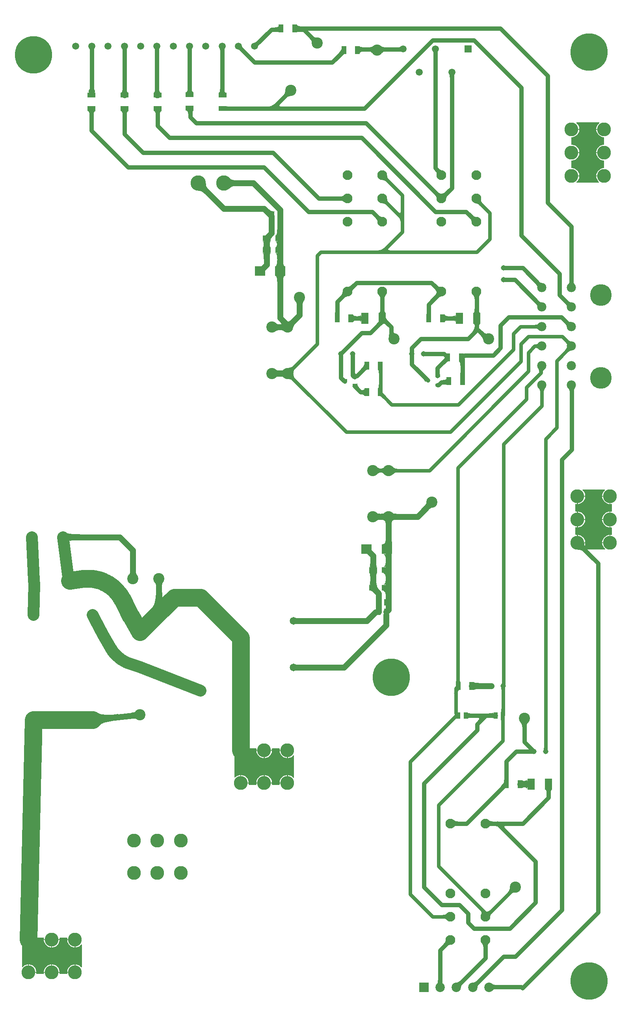
<source format=gtl>
G04*
G04 #@! TF.GenerationSoftware,Altium Limited,Altium Designer,23.10.1 (27)*
G04*
G04 Layer_Physical_Order=1*
G04 Layer_Color=255*
%FSLAX25Y25*%
%MOIN*%
G70*
G04*
G04 #@! TF.SameCoordinates,AA2C939F-CB16-4FEC-AD20-74F2314AF5A0*
G04*
G04*
G04 #@! TF.FilePolarity,Positive*
G04*
G01*
G75*
%ADD15C,0.05000*%
%ADD17R,0.04134X0.02362*%
%ADD18R,0.06102X0.09252*%
%ADD19R,0.04134X0.06890*%
%ADD20R,0.06693X0.05118*%
%ADD21R,0.03780X0.05472*%
%ADD22R,0.08661X0.08465*%
%ADD23R,0.06890X0.04134*%
%ADD24R,0.08858X0.08071*%
%ADD48C,0.15000*%
%ADD49C,0.10000*%
%ADD50C,0.03500*%
%ADD51C,0.03000*%
%ADD52C,0.12992*%
%ADD53C,0.07087*%
%ADD54R,0.07087X0.07087*%
%ADD55C,0.06496*%
%ADD56C,0.11693*%
%ADD57C,0.31496*%
%ADD58C,0.04500*%
%ADD59C,0.09449*%
%ADD60C,0.18366*%
%ADD61C,0.07736*%
%ADD62R,0.05906X0.05906*%
%ADD63C,0.05906*%
%ADD64C,0.08268*%
%ADD65C,0.07972*%
%ADD66R,0.07972X0.07972*%
G36*
X252799Y838113D02*
X252904Y837827D01*
X253079Y837575D01*
X253324Y837356D01*
X253639Y837171D01*
X254024Y837019D01*
X254479Y836901D01*
X255004Y836817D01*
X255599Y836767D01*
X256264Y836750D01*
Y835805D01*
Y832305D01*
X255599Y832298D01*
X254024Y832187D01*
X253639Y832121D01*
X253324Y832039D01*
X253079Y831944D01*
X252904Y831833D01*
X252799Y831707D01*
X252764Y831567D01*
X252752Y837555D01*
X252764Y837444D01*
Y838433D01*
X252799Y838113D01*
D02*
G37*
G36*
X237236Y831567D02*
X237201Y831707D01*
X237096Y831833D01*
X236921Y831944D01*
X236676Y832039D01*
X236361Y832121D01*
X235976Y832187D01*
X235521Y832239D01*
X234401Y832298D01*
X233736Y832305D01*
Y835805D01*
X234401Y835823D01*
X234996Y835875D01*
X235521Y835963D01*
X235976Y836085D01*
X236361Y836243D01*
X236676Y836435D01*
X236921Y836663D01*
X237096Y836925D01*
X237201Y837223D01*
X237236Y837555D01*
Y831567D01*
D02*
G37*
G36*
X266464Y828533D02*
X266809Y828254D01*
X267164Y828009D01*
X267530Y827797D01*
X267907Y827618D01*
X268295Y827473D01*
X268693Y827361D01*
X269102Y827282D01*
X269522Y827236D01*
X269953Y827224D01*
X265276Y822547D01*
X265264Y822978D01*
X265218Y823398D01*
X265139Y823807D01*
X265027Y824205D01*
X264882Y824593D01*
X264703Y824970D01*
X264491Y825336D01*
X264246Y825692D01*
X263967Y826036D01*
X263655Y826370D01*
X266130Y828845D01*
X266464Y828533D01*
D02*
G37*
G36*
X221188Y821697D02*
X220955Y821460D01*
X220271Y820668D01*
X220161Y820509D01*
X220076Y820366D01*
X220016Y820238D01*
X219980Y820126D01*
X219968Y820030D01*
X217045Y822953D01*
X217142Y822964D01*
X217254Y823000D01*
X217382Y823061D01*
X217525Y823146D01*
X217684Y823255D01*
X218049Y823548D01*
X218476Y823939D01*
X218713Y824172D01*
X221188Y821697D01*
D02*
G37*
G36*
X191463Y817815D02*
X191410Y817710D01*
X191362Y817577D01*
X191321Y817416D01*
X191286Y817226D01*
X191235Y816761D01*
X191210Y816182D01*
X191207Y815850D01*
X187707D01*
X187704Y816182D01*
X187627Y817226D01*
X187593Y817416D01*
X187551Y817577D01*
X187504Y817710D01*
X187450Y817815D01*
X187390Y817891D01*
X191524D01*
X191463Y817815D01*
D02*
G37*
G36*
X136345D02*
X136291Y817710D01*
X136244Y817577D01*
X136203Y817416D01*
X136168Y817226D01*
X136117Y816761D01*
X136092Y816182D01*
X136089Y815850D01*
X132589D01*
X132585Y816182D01*
X132509Y817226D01*
X132475Y817416D01*
X132433Y817577D01*
X132386Y817710D01*
X132332Y817815D01*
X132272Y817891D01*
X136406D01*
X136345Y817815D01*
D02*
G37*
G36*
X81227D02*
X81173Y817710D01*
X81126Y817577D01*
X81085Y817416D01*
X81050Y817226D01*
X80999Y816761D01*
X80974Y816182D01*
X80971Y815850D01*
X77470D01*
X77467Y816182D01*
X77391Y817226D01*
X77356Y817416D01*
X77315Y817577D01*
X77268Y817710D01*
X77214Y817815D01*
X77153Y817891D01*
X81287D01*
X81227Y817815D01*
D02*
G37*
G36*
X206200Y819874D02*
X206236Y819762D01*
X206297Y819634D01*
X206382Y819491D01*
X206491Y819332D01*
X206784Y818967D01*
X207176Y818540D01*
X207408Y818303D01*
X204933Y815828D01*
X204696Y816061D01*
X203905Y816745D01*
X203746Y816854D01*
X203602Y816940D01*
X203474Y817000D01*
X203362Y817036D01*
X203266Y817047D01*
X206189Y819971D01*
X206200Y819874D01*
D02*
G37*
G36*
X340398Y815313D02*
X340325Y815363D01*
X340224Y815408D01*
X340093Y815448D01*
X339934Y815482D01*
X339746Y815511D01*
X339282Y815553D01*
X338703Y815574D01*
X338370Y815577D01*
X338114Y819077D01*
X338445Y819080D01*
X339269Y819135D01*
X339487Y819168D01*
X339677Y819207D01*
X339839Y819255D01*
X339973Y819309D01*
X340078Y819371D01*
X340156Y819440D01*
X340398Y815313D01*
D02*
G37*
G36*
X323787Y820152D02*
X324152Y819926D01*
X324527Y819727D01*
X324914Y819555D01*
X325311Y819409D01*
X325718Y819289D01*
X326137Y819196D01*
X326566Y819130D01*
X327006Y819090D01*
X327456Y819077D01*
X328008Y815577D01*
X327546Y815560D01*
X327106Y815508D01*
X326688Y815422D01*
X326292Y815302D01*
X325919Y815147D01*
X325568Y814958D01*
X325239Y814735D01*
X324933Y814478D01*
X324649Y814186D01*
X324387Y813859D01*
X323433Y820404D01*
X323787Y820152D01*
D02*
G37*
G36*
X316755Y813859D02*
X316494Y814186D01*
X316209Y814478D01*
X315903Y814735D01*
X315574Y814958D01*
X315223Y815147D01*
X314850Y815302D01*
X314455Y815422D01*
X314037Y815508D01*
X313597Y815560D01*
X313135Y815577D01*
X313686Y819077D01*
X314137Y819090D01*
X314577Y819130D01*
X315006Y819196D01*
X315424Y819289D01*
X315832Y819409D01*
X316229Y819555D01*
X316615Y819727D01*
X316991Y819926D01*
X317356Y820152D01*
X317710Y820404D01*
X316755Y813859D01*
D02*
G37*
G36*
X305870Y819888D02*
X305975Y819718D01*
X306150Y819567D01*
X306395Y819437D01*
X306710Y819327D01*
X307095Y819237D01*
X307550Y819167D01*
X308075Y819117D01*
X309335Y819077D01*
Y815577D01*
X308670Y815559D01*
X308075Y815507D01*
X307550Y815419D01*
X307095Y815297D01*
X306710Y815139D01*
X306395Y814947D01*
X306150Y814719D01*
X305975Y814457D01*
X305870Y814159D01*
X305835Y813827D01*
Y820078D01*
X305870Y819888D01*
D02*
G37*
G36*
X371948Y815315D02*
X371894Y815210D01*
X371846Y815077D01*
X371805Y814916D01*
X371770Y814726D01*
X371720Y814261D01*
X371694Y813682D01*
X371691Y813350D01*
X368191D01*
X368188Y813682D01*
X368112Y814726D01*
X368077Y814916D01*
X368036Y815077D01*
X367988Y815210D01*
X367934Y815315D01*
X367874Y815391D01*
X372008D01*
X371948Y815315D01*
D02*
G37*
G36*
X294391Y813224D02*
X294159Y813460D01*
X293868Y813588D01*
X293519Y813608D01*
X293112Y813521D01*
X292646Y813326D01*
X292122Y813024D01*
X291539Y812613D01*
X290898Y812096D01*
X289441Y810737D01*
X287833Y814078D01*
X288488Y814758D01*
X289528Y815995D01*
X289912Y816551D01*
X290206Y817067D01*
X290409Y817541D01*
X290522Y817975D01*
X290545Y818367D01*
X290478Y818718D01*
X290320Y819028D01*
X294391Y813224D01*
D02*
G37*
G36*
X163765Y818180D02*
X163763Y817955D01*
X164036Y817964D01*
X163982Y817890D01*
X163933Y817787D01*
X163890Y817655D01*
X163853Y817494D01*
X163822Y817305D01*
X163776Y816840D01*
X163755Y816316D01*
X163750Y813215D01*
X160250D01*
X160239Y816208D01*
X160164Y817153D01*
X160126Y817343D01*
X160081Y817505D01*
X160029Y817638D01*
X159971Y817744D01*
X159905Y817821D01*
X160233Y817832D01*
X160231Y818233D01*
X163769D01*
X163765Y818180D01*
D02*
G37*
G36*
X108655Y818069D02*
X108654Y817960D01*
X108924Y817970D01*
X108870Y817896D01*
X108821Y817793D01*
X108779Y817661D01*
X108742Y817500D01*
X108711Y817311D01*
X108665Y816847D01*
X108645Y816328D01*
X108640Y813104D01*
X105140D01*
X105128Y816236D01*
X105084Y816929D01*
X105053Y817147D01*
X105015Y817337D01*
X104970Y817499D01*
X104918Y817633D01*
X104859Y817738D01*
X104793Y817816D01*
X105122Y817828D01*
X105121Y818123D01*
X108659D01*
X108655Y818069D01*
D02*
G37*
G36*
X385727Y795630D02*
X385673Y795525D01*
X385626Y795392D01*
X385585Y795231D01*
X385550Y795041D01*
X385499Y794576D01*
X385474Y793997D01*
X385471Y793665D01*
X381971D01*
X381967Y793997D01*
X381891Y795041D01*
X381856Y795231D01*
X381815Y795392D01*
X381768Y795525D01*
X381714Y795630D01*
X381653Y795706D01*
X385787D01*
X385727Y795630D01*
D02*
G37*
G36*
X80989Y783767D02*
X77452D01*
X77455Y783820D01*
X77464Y784579D01*
X77470Y788785D01*
X80971D01*
X80989Y783767D01*
D02*
G37*
G36*
X163767Y783890D02*
X163817Y783295D01*
X163901Y782770D01*
X164019Y782315D01*
X164171Y781930D01*
X164356Y781615D01*
X164575Y781370D01*
X164827Y781195D01*
X165113Y781090D01*
X165433Y781055D01*
X158567D01*
X158887Y781090D01*
X159173Y781195D01*
X159425Y781370D01*
X159644Y781615D01*
X159829Y781930D01*
X159981Y782315D01*
X160099Y782770D01*
X160183Y783295D01*
X160233Y783890D01*
X160250Y784555D01*
X163750D01*
X163767Y783890D01*
D02*
G37*
G36*
X191224Y783599D02*
X191277Y783004D01*
X191364Y782479D01*
X191487Y782024D01*
X191644Y781639D01*
X191837Y781324D01*
X192064Y781079D01*
X192327Y780904D01*
X192624Y780799D01*
X192957Y780764D01*
X186567D01*
X186784Y780799D01*
X186977Y780904D01*
X187148Y781079D01*
X187296Y781324D01*
X187422Y781639D01*
X187524Y782024D01*
X187604Y782479D01*
X187661Y783004D01*
X187707Y784264D01*
X191207D01*
X191224Y783599D01*
D02*
G37*
G36*
X108646Y784040D02*
X108657Y783599D01*
X108710Y783004D01*
X108797Y782479D01*
X108920Y782024D01*
X109077Y781639D01*
X109270Y781324D01*
X109497Y781079D01*
X109760Y780904D01*
X110057Y780799D01*
X110390Y780764D01*
X108658D01*
X108659Y780586D01*
X105121D01*
X105124Y780639D01*
X105126Y780764D01*
X103567D01*
X103866Y780799D01*
X104133Y780904D01*
X104369Y781079D01*
X104574Y781324D01*
X104747Y781639D01*
X104888Y782024D01*
X104998Y782479D01*
X105077Y783004D01*
X105124Y783599D01*
X105137Y784165D01*
X105140Y785604D01*
X108640D01*
X108646Y784040D01*
D02*
G37*
G36*
X136094Y784059D02*
X136106Y783599D01*
X136159Y783004D01*
X136246Y782479D01*
X136369Y782024D01*
X136526Y781639D01*
X136719Y781324D01*
X136946Y781079D01*
X137209Y780904D01*
X137506Y780799D01*
X137839Y780764D01*
X136106D01*
X136107Y780475D01*
X132570D01*
X132573Y780529D01*
X132576Y780764D01*
X131567D01*
X131761Y780799D01*
X131935Y780904D01*
X132088Y781079D01*
X132221Y781324D01*
X132333Y781639D01*
X132425Y782024D01*
X132497Y782479D01*
X132548Y783004D01*
X132587Y784199D01*
X132589Y785494D01*
X136089D01*
X136094Y784059D01*
D02*
G37*
G36*
X247453Y777776D02*
X247022Y777764D01*
X246602Y777718D01*
X246193Y777639D01*
X245795Y777527D01*
X245407Y777382D01*
X245030Y777203D01*
X244664Y776991D01*
X244308Y776746D01*
X243964Y776467D01*
X243630Y776155D01*
X241155Y778630D01*
X241467Y778964D01*
X241746Y779309D01*
X241991Y779664D01*
X242203Y780030D01*
X242382Y780407D01*
X242527Y780795D01*
X242639Y781193D01*
X242718Y781602D01*
X242763Y782022D01*
X242776Y782453D01*
X247453Y777776D01*
D02*
G37*
G36*
X238556Y771046D02*
X238240Y770625D01*
X238044Y770254D01*
X237967Y769932D01*
X238010Y769660D01*
X238172Y769437D01*
X238454Y769264D01*
X238855Y769140D01*
X239376Y769066D01*
X240016Y769041D01*
X232291Y765541D01*
X228066Y769041D01*
X228756Y769066D01*
X229426Y769140D01*
X230074Y769264D01*
X230702Y769437D01*
X231310Y769660D01*
X231897Y769932D01*
X232464Y770254D01*
X233010Y770625D01*
X233536Y771046D01*
X234041Y771516D01*
X238991D01*
X238556Y771046D01*
D02*
G37*
G36*
X193468Y769288D02*
X193573Y769237D01*
X193748Y769191D01*
X193993Y769151D01*
X194308Y769118D01*
X195673Y769054D01*
X196933Y769041D01*
Y765541D01*
X196268Y765538D01*
X193748Y765392D01*
X193573Y765346D01*
X193468Y765294D01*
X193433Y765236D01*
Y769346D01*
X193468Y769288D01*
D02*
G37*
G36*
X165433Y765528D02*
X165208Y765493D01*
X165007Y765388D01*
X164830Y765213D01*
X164676Y764968D01*
X164546Y764653D01*
X164439Y764268D01*
X164357Y763813D01*
X164297Y763288D01*
X164262Y762693D01*
X164250Y762028D01*
X160750D01*
X160732Y762694D01*
X160680Y763291D01*
X160592Y763818D01*
X160470Y764274D01*
X160312Y764660D01*
X160120Y764976D01*
X159892Y765222D01*
X159630Y765398D01*
X159333Y765504D01*
X159000Y765540D01*
X165433Y765528D01*
D02*
G37*
G36*
X138113Y765201D02*
X137827Y765096D01*
X137575Y764921D01*
X137356Y764676D01*
X137171Y764361D01*
X137019Y763976D01*
X136901Y763521D01*
X136817Y762996D01*
X136767Y762401D01*
X136750Y761736D01*
X133250D01*
X133233Y762401D01*
X133183Y762996D01*
X133098Y763521D01*
X132981Y763976D01*
X132829Y764361D01*
X132644Y764676D01*
X132425Y764921D01*
X132173Y765096D01*
X131887Y765201D01*
X131567Y765236D01*
X138433D01*
X138113Y765201D01*
D02*
G37*
G36*
X110113D02*
X109827Y765096D01*
X109575Y764921D01*
X109356Y764676D01*
X109171Y764361D01*
X109019Y763976D01*
X108902Y763521D01*
X108817Y762996D01*
X108767Y762401D01*
X108750Y761736D01*
X105250D01*
X105233Y762401D01*
X105183Y762996D01*
X105098Y763521D01*
X104981Y763976D01*
X104829Y764361D01*
X104644Y764676D01*
X104425Y764921D01*
X104173Y765096D01*
X103887Y765201D01*
X103567Y765236D01*
X110433D01*
X110113Y765201D01*
D02*
G37*
G36*
X82113D02*
X81827Y765096D01*
X81575Y764921D01*
X81356Y764676D01*
X81171Y764361D01*
X81019Y763976D01*
X80901Y763521D01*
X80817Y762996D01*
X80767Y762401D01*
X80750Y761736D01*
X77250D01*
X77233Y762401D01*
X77183Y762996D01*
X77099Y763521D01*
X76981Y763976D01*
X76829Y764361D01*
X76644Y764676D01*
X76425Y764921D01*
X76173Y765096D01*
X75887Y765201D01*
X75567Y765236D01*
X82433D01*
X82113Y765201D01*
D02*
G37*
G36*
X372836Y716461D02*
X373444Y715959D01*
X373748Y715747D01*
X374053Y715561D01*
X374358Y715400D01*
X374664Y715266D01*
X374970Y715157D01*
X375277Y715074D01*
X375584Y715018D01*
X370920Y711591D01*
X370953Y711904D01*
X370951Y712217D01*
X370912Y712529D01*
X370838Y712840D01*
X370728Y713151D01*
X370581Y713461D01*
X370399Y713771D01*
X370181Y714080D01*
X369928Y714389D01*
X369638Y714697D01*
X372533Y716751D01*
X372836Y716461D01*
D02*
G37*
G36*
X329144Y710499D02*
X329184Y710124D01*
X329252Y709760D01*
X329349Y709407D01*
X329475Y709064D01*
X329630Y708732D01*
X329814Y708410D01*
X330026Y708099D01*
X330268Y707798D01*
X330538Y707508D01*
X328417Y705387D01*
X328127Y705657D01*
X327826Y705899D01*
X327515Y706111D01*
X327193Y706295D01*
X326861Y706450D01*
X326518Y706576D01*
X326165Y706673D01*
X325801Y706742D01*
X325426Y706781D01*
X325041Y706792D01*
X329134Y710884D01*
X329144Y710499D01*
D02*
G37*
G36*
X508563Y755021D02*
X508361Y754887D01*
X507436Y753961D01*
X506708Y752873D01*
X506207Y751663D01*
X505952Y750379D01*
Y750124D01*
X512598D01*
Y749324D01*
X505952D01*
Y749070D01*
X506207Y747786D01*
X506708Y746576D01*
X507436Y745487D01*
X508361Y744562D01*
X509450Y743834D01*
X510660Y743333D01*
X511944Y743078D01*
X512598D01*
Y736647D01*
X511944D01*
X510660Y736391D01*
X509450Y735890D01*
X508361Y735163D01*
X507436Y734237D01*
X506708Y733148D01*
X506207Y731939D01*
X505952Y730655D01*
Y730400D01*
X512598D01*
Y729600D01*
X505952D01*
Y729345D01*
X506207Y728061D01*
X506708Y726852D01*
X507436Y725763D01*
X508361Y724837D01*
X509450Y724110D01*
X510660Y723609D01*
X511944Y723353D01*
X512598D01*
Y716961D01*
X511944D01*
X510660Y716706D01*
X509450Y716205D01*
X508361Y715478D01*
X507436Y714552D01*
X506708Y713463D01*
X506207Y712254D01*
X505952Y710970D01*
Y710715D01*
X512598D01*
Y709915D01*
X505952D01*
Y709660D01*
X506207Y708376D01*
X506708Y707167D01*
X507436Y706078D01*
X508314Y705200D01*
X508264Y704831D01*
X508224Y704700D01*
X489374D01*
X489334Y704831D01*
X489285Y705200D01*
X490163Y706078D01*
X490890Y707167D01*
X491391Y708376D01*
X491646Y709660D01*
Y709915D01*
X485000D01*
Y710715D01*
X491646D01*
Y710970D01*
X491391Y712254D01*
X490890Y713463D01*
X490163Y714552D01*
X489237Y715478D01*
X488148Y716205D01*
X486939Y716706D01*
X485655Y716961D01*
X485000D01*
Y723353D01*
X485655D01*
X486939Y723609D01*
X488148Y724110D01*
X489237Y724837D01*
X490163Y725763D01*
X490890Y726852D01*
X491391Y728061D01*
X491646Y729345D01*
Y729600D01*
X485000D01*
Y730400D01*
X491646D01*
Y730655D01*
X491391Y731939D01*
X490890Y733148D01*
X490163Y734237D01*
X489237Y735163D01*
X488148Y735890D01*
X486939Y736391D01*
X485655Y736647D01*
X485000D01*
Y743078D01*
X485655D01*
X486939Y743333D01*
X488148Y743834D01*
X489237Y744562D01*
X490163Y745487D01*
X490890Y746576D01*
X491391Y747786D01*
X491646Y749070D01*
Y749324D01*
X485000D01*
Y750124D01*
X491646D01*
Y750379D01*
X491391Y751663D01*
X490890Y752873D01*
X490163Y753961D01*
X489237Y754887D01*
X489036Y755021D01*
X489181Y755500D01*
X508418D01*
X508563Y755021D01*
D02*
G37*
G36*
X195880Y708371D02*
X196318Y708023D01*
X196782Y707716D01*
X197270Y707450D01*
X197783Y707224D01*
X198321Y707040D01*
X198883Y706897D01*
X199471Y706795D01*
X200083Y706733D01*
X200720Y706713D01*
Y701713D01*
X200083Y701692D01*
X199471Y701631D01*
X198883Y701528D01*
X198321Y701385D01*
X197783Y701201D01*
X197270Y700976D01*
X196782Y700709D01*
X196318Y700402D01*
X195880Y700054D01*
X195466Y699665D01*
Y708760D01*
X195880Y708371D01*
D02*
G37*
G36*
X175687Y703580D02*
X175751Y703024D01*
X175861Y702479D01*
X176018Y701946D01*
X176222Y701424D01*
X176472Y700913D01*
X176768Y700414D01*
X177111Y699926D01*
X177501Y699450D01*
X177937Y698985D01*
X174401Y695449D01*
X173936Y695885D01*
X173460Y696275D01*
X172972Y696618D01*
X172473Y696914D01*
X171962Y697164D01*
X171440Y697368D01*
X170907Y697525D01*
X170362Y697635D01*
X169806Y697699D01*
X169238Y697717D01*
X175669Y704148D01*
X175687Y703580D01*
D02*
G37*
G36*
X380640Y694405D02*
X380350Y694100D01*
X380092Y693793D01*
X379865Y693484D01*
X379668Y693175D01*
X379502Y692863D01*
X379367Y692550D01*
X379262Y692235D01*
X379189Y691919D01*
X379146Y691601D01*
X379134Y691282D01*
X375041Y695374D01*
X375361Y695386D01*
X375679Y695429D01*
X375995Y695503D01*
X376310Y695607D01*
X376623Y695742D01*
X376934Y695908D01*
X377244Y696105D01*
X377553Y696332D01*
X377859Y696591D01*
X378165Y696880D01*
X380640Y694405D01*
D02*
G37*
G36*
X372141Y696591D02*
X372447Y696332D01*
X372756Y696105D01*
X373066Y695908D01*
X373377Y695742D01*
X373690Y695607D01*
X374005Y695503D01*
X374321Y695429D01*
X374639Y695386D01*
X374959Y695374D01*
X370866Y691282D01*
X370854Y691601D01*
X370811Y691919D01*
X370738Y692235D01*
X370633Y692550D01*
X370498Y692863D01*
X370332Y693175D01*
X370135Y693484D01*
X369908Y693793D01*
X369650Y694100D01*
X369360Y694405D01*
X371835Y696880D01*
X372141Y696591D01*
D02*
G37*
G36*
X292520Y688346D02*
X292286Y688564D01*
X292031Y688758D01*
X291755Y688930D01*
X291458Y689078D01*
X291141Y689204D01*
X290804Y689307D01*
X290445Y689387D01*
X290067Y689444D01*
X289667Y689479D01*
X289247Y689490D01*
Y692990D01*
X289667Y693002D01*
X290067Y693036D01*
X290445Y693093D01*
X290804Y693173D01*
X291141Y693276D01*
X291458Y693402D01*
X291755Y693551D01*
X292031Y693722D01*
X292286Y693917D01*
X292520Y694134D01*
Y688346D01*
D02*
G37*
G36*
X329144Y690814D02*
X329184Y690439D01*
X329252Y690075D01*
X329349Y689722D01*
X329475Y689379D01*
X329630Y689047D01*
X329814Y688725D01*
X330026Y688414D01*
X330268Y688113D01*
X330538Y687823D01*
X328417Y685702D01*
X328127Y685972D01*
X327826Y686214D01*
X327515Y686426D01*
X327193Y686610D01*
X326861Y686765D01*
X326518Y686891D01*
X326165Y686988D01*
X325801Y687057D01*
X325426Y687096D01*
X325041Y687107D01*
X329134Y691199D01*
X329144Y690814D01*
D02*
G37*
G36*
X408564Y690204D02*
X408556Y689842D01*
X408582Y689489D01*
X408645Y689144D01*
X408742Y688807D01*
X408875Y688479D01*
X409042Y688158D01*
X409245Y687847D01*
X409483Y687543D01*
X409757Y687248D01*
X407286Y685476D01*
X407002Y685744D01*
X406706Y685989D01*
X406400Y686212D01*
X406082Y686412D01*
X405754Y686591D01*
X405414Y686747D01*
X405063Y686880D01*
X404701Y686992D01*
X404327Y687081D01*
X403943Y687148D01*
X408607Y690574D01*
X408564Y690204D01*
D02*
G37*
G36*
X343500Y674240D02*
X340500Y670619D01*
X340479Y671210D01*
X340415Y671784D01*
X340309Y672340D01*
X340161Y672878D01*
X339970Y673399D01*
X339736Y673903D01*
X339461Y674388D01*
X339142Y674857D01*
X338782Y675307D01*
X338379Y675740D01*
Y679983D01*
X338782Y679610D01*
X339142Y679339D01*
X339461Y679171D01*
X339736Y679105D01*
X339970Y679142D01*
X340161Y679281D01*
X340309Y679522D01*
X340415Y679866D01*
X340479Y680313D01*
X340500Y680862D01*
X343500Y674240D01*
D02*
G37*
G36*
X227977Y683088D02*
X229345Y681957D01*
X230012Y681497D01*
X230666Y681108D01*
X231310Y680790D01*
X231942Y680542D01*
X232562Y680366D01*
X233171Y680260D01*
X233768Y680224D01*
X230012Y674776D01*
X229959Y674672D01*
X229800Y674691D01*
X229535Y674833D01*
X229164Y675097D01*
X228686Y675484D01*
X226618Y677380D01*
X224709Y679256D01*
X227276Y683760D01*
X227977Y683088D01*
D02*
G37*
G36*
X401668Y676906D02*
X401975Y676647D01*
X402283Y676420D01*
X402593Y676223D01*
X402905Y676057D01*
X403218Y675922D01*
X403533Y675818D01*
X403849Y675744D01*
X404167Y675701D01*
X404486Y675689D01*
X400394Y671596D01*
X400382Y671916D01*
X400339Y672234D01*
X400265Y672550D01*
X400161Y672865D01*
X400026Y673178D01*
X399859Y673490D01*
X399663Y673800D01*
X399435Y674108D01*
X399177Y674415D01*
X398888Y674720D01*
X401363Y677195D01*
X401668Y676906D01*
D02*
G37*
G36*
X322141D02*
X322447Y676647D01*
X322756Y676420D01*
X323066Y676223D01*
X323377Y676057D01*
X323690Y675922D01*
X324005Y675818D01*
X324321Y675744D01*
X324639Y675701D01*
X324959Y675689D01*
X320866Y671596D01*
X320854Y671916D01*
X320811Y672234D01*
X320738Y672550D01*
X320633Y672865D01*
X320498Y673178D01*
X320332Y673490D01*
X320135Y673800D01*
X319908Y674108D01*
X319650Y674415D01*
X319360Y674720D01*
X321835Y677195D01*
X322141Y676906D01*
D02*
G37*
G36*
X241149Y660047D02*
X234481D01*
X234763Y660097D01*
X235015Y660247D01*
X235237Y660497D01*
X235430Y660847D01*
X235594Y661297D01*
X235727Y661847D01*
X235831Y662497D01*
X235905Y663247D01*
X235965Y665047D01*
X240965D01*
X241149Y660047D01*
D02*
G37*
G36*
X233047Y660052D02*
X230520Y657514D01*
X225961Y660047D01*
X229507Y663583D01*
X233047Y660052D01*
D02*
G37*
G36*
X240968Y654953D02*
X241149D01*
X241114Y654903D01*
X241083Y654753D01*
X241055Y654503D01*
X241013Y653741D01*
X241149Y650047D01*
X240966D01*
X240965Y649953D01*
X235965D01*
X235963Y650047D01*
X234481D01*
X234763Y650097D01*
X235015Y650247D01*
X235237Y650497D01*
X235430Y650847D01*
X235594Y651297D01*
X235727Y651847D01*
X235831Y652497D01*
X235831Y652500D01*
X235831Y652503D01*
X235727Y653153D01*
X235594Y653703D01*
X235430Y654153D01*
X235237Y654503D01*
X235015Y654753D01*
X234763Y654903D01*
X234481Y654953D01*
X235962D01*
X235965Y655047D01*
X240965D01*
X240968Y654953D01*
D02*
G37*
G36*
X229686D02*
X230520D01*
X230361Y654903D01*
X230219Y654753D01*
X230094Y654503D01*
X229985Y654153D01*
X229894Y653703D01*
X229819Y653153D01*
X229790Y652750D01*
X229894Y651297D01*
X229985Y650847D01*
X230094Y650497D01*
X230219Y650247D01*
X230361Y650097D01*
X230520Y650047D01*
X229687D01*
X229685Y649953D01*
X224685D01*
X224684Y650047D01*
X223851D01*
X224009Y650097D01*
X224151Y650247D01*
X224276Y650497D01*
X224385Y650847D01*
X224476Y651297D01*
X224552Y651847D01*
X224580Y652250D01*
X224476Y653703D01*
X224385Y654153D01*
X224276Y654503D01*
X224151Y654753D01*
X224009Y654903D01*
X223851Y654953D01*
X224683D01*
X224685Y655047D01*
X229685D01*
X229686Y654953D01*
D02*
G37*
G36*
X330370Y649218D02*
X330099Y648858D01*
X329931Y648539D01*
X329865Y648264D01*
X329902Y648030D01*
X330041Y647839D01*
X330282Y647691D01*
X330626Y647585D01*
X331072Y647521D01*
X331621Y647500D01*
X325000Y644500D01*
X321379Y647500D01*
X321970Y647521D01*
X322544Y647585D01*
X323100Y647691D01*
X323638Y647839D01*
X324159Y648030D01*
X324662Y648264D01*
X325148Y648539D01*
X325616Y648858D01*
X326067Y649218D01*
X326500Y649621D01*
X330743D01*
X330370Y649218D01*
D02*
G37*
G36*
X241114Y644903D02*
X241083Y644753D01*
X241055Y644503D01*
X241011Y643703D01*
X240965Y639953D01*
X235965D01*
X235950Y640903D01*
X235831Y642503D01*
X235727Y643153D01*
X235594Y643703D01*
X235430Y644153D01*
X235237Y644503D01*
X235015Y644753D01*
X234763Y644903D01*
X234481Y644953D01*
X241149D01*
X241114Y644903D01*
D02*
G37*
G36*
X230361D02*
X230219Y644753D01*
X230094Y644503D01*
X229985Y644153D01*
X229894Y643703D01*
X229819Y643153D01*
X229718Y641753D01*
X229685Y639953D01*
X224685D01*
X224677Y640903D01*
X224476Y643703D01*
X224385Y644153D01*
X224276Y644503D01*
X224151Y644753D01*
X224009Y644903D01*
X223851Y644953D01*
X230520D01*
X230361Y644903D01*
D02*
G37*
G36*
X240984Y638073D02*
X241137Y636473D01*
X241271Y635823D01*
X241444Y635273D01*
X241655Y634823D01*
X241904Y634473D01*
X242192Y634223D01*
X242517Y634073D01*
X242882Y634023D01*
X234047D01*
X234412Y634073D01*
X234738Y634223D01*
X235025Y634473D01*
X235274Y634823D01*
X235485Y635273D01*
X235658Y635823D01*
X235792Y636473D01*
X235888Y637223D01*
X235945Y638073D01*
X235965Y639023D01*
X240965D01*
X240984Y638073D01*
D02*
G37*
G36*
X242517Y625927D02*
X242192Y625777D01*
X241904Y625527D01*
X241655Y625177D01*
X241444Y624727D01*
X241271Y624177D01*
X241137Y623527D01*
X241041Y622777D01*
X240984Y621927D01*
X240965Y620977D01*
X235965D01*
X235945Y621927D01*
X235792Y623527D01*
X235658Y624177D01*
X235485Y624727D01*
X235274Y625177D01*
X235025Y625527D01*
X234738Y625777D01*
X234412Y625927D01*
X234047Y625977D01*
X242882D01*
X242517Y625927D01*
D02*
G37*
G36*
X486760Y621352D02*
X486836Y620615D01*
X486903Y620280D01*
X486989Y619968D01*
X487095Y619678D01*
X487219Y619412D01*
X487363Y619167D01*
X487526Y618946D01*
X487708Y618747D01*
X482292D01*
X482474Y618946D01*
X482637Y619167D01*
X482781Y619412D01*
X482905Y619678D01*
X483011Y619968D01*
X483097Y620280D01*
X483164Y620615D01*
X483212Y620972D01*
X483240Y621352D01*
X483250Y621755D01*
X486750D01*
X486760Y621352D01*
D02*
G37*
G36*
X457630Y621078D02*
X458204Y620607D01*
X458487Y620414D01*
X458767Y620249D01*
X459045Y620112D01*
X459320Y620004D01*
X459592Y619925D01*
X459862Y619873D01*
X460128Y619850D01*
X456137Y616190D01*
X456136Y616460D01*
X456105Y616733D01*
X456042Y617009D01*
X455949Y617286D01*
X455825Y617566D01*
X455670Y617848D01*
X455485Y618133D01*
X455268Y618420D01*
X455022Y618710D01*
X454744Y619002D01*
X457339Y621356D01*
X457630Y621078D01*
D02*
G37*
G36*
X301112Y615665D02*
X300823Y615359D01*
X300565Y615053D01*
X300337Y614744D01*
X300141Y614434D01*
X299974Y614123D01*
X299839Y613810D01*
X299735Y613495D01*
X299661Y613179D01*
X299618Y612861D01*
X299606Y612541D01*
X295514Y616634D01*
X295833Y616646D01*
X296151Y616689D01*
X296467Y616762D01*
X296782Y616867D01*
X297095Y617002D01*
X297407Y617168D01*
X297717Y617365D01*
X298025Y617592D01*
X298332Y617850D01*
X298637Y618140D01*
X301112Y615665D01*
D02*
G37*
G36*
X371537Y617572D02*
X371845Y617318D01*
X372154Y617101D01*
X372464Y616919D01*
X372774Y616772D01*
X373085Y616662D01*
X373396Y616588D01*
X373708Y616549D01*
X374021Y616547D01*
X374334Y616580D01*
X371120Y612205D01*
X374959Y608366D01*
X374639Y608354D01*
X374321Y608311D01*
X374005Y608238D01*
X373690Y608133D01*
X373377Y607998D01*
X373066Y607832D01*
X372756Y607635D01*
X372447Y607408D01*
X372141Y607150D01*
X371835Y606860D01*
X369360Y609335D01*
X369650Y609641D01*
X369908Y609947D01*
X370135Y610256D01*
X370332Y610566D01*
X370498Y610877D01*
X370633Y611190D01*
X370738Y611505D01*
X370811Y611821D01*
X370854Y612139D01*
X370856Y612193D01*
X370851Y612223D01*
X370768Y612530D01*
X370659Y612836D01*
X370525Y613142D01*
X370365Y613447D01*
X370178Y613752D01*
X369966Y614056D01*
X369728Y614360D01*
X369174Y614967D01*
X371229Y617862D01*
X371537Y617572D01*
D02*
G37*
G36*
X295431Y608366D02*
X295112Y608354D01*
X294794Y608311D01*
X294477Y608238D01*
X294163Y608133D01*
X293850Y607998D01*
X293538Y607832D01*
X293228Y607635D01*
X292920Y607408D01*
X292613Y607150D01*
X292308Y606860D01*
X289833Y609335D01*
X290122Y609641D01*
X290380Y609947D01*
X290608Y610256D01*
X290804Y610566D01*
X290970Y610877D01*
X291106Y611190D01*
X291210Y611505D01*
X291284Y611821D01*
X291327Y612139D01*
X291339Y612459D01*
X295431Y608366D01*
D02*
G37*
G36*
X327887Y609541D02*
X327669Y609307D01*
X327474Y609052D01*
X327302Y608777D01*
X327153Y608481D01*
X327027Y608164D01*
X326924Y607827D01*
X326843Y607468D01*
X326786Y607090D01*
X326752Y606690D01*
X326740Y606270D01*
X323240Y606279D01*
X323229Y606699D01*
X323195Y607099D01*
X323137Y607478D01*
X323058Y607836D01*
X322955Y608174D01*
X322829Y608491D01*
X322681Y608788D01*
X322510Y609064D01*
X322316Y609320D01*
X322099Y609555D01*
X327887Y609541D01*
D02*
G37*
G36*
X407374Y609466D02*
X407192Y609202D01*
X407030Y608918D01*
X406891Y608615D01*
X406773Y608292D01*
X406676Y607951D01*
X406601Y607589D01*
X406547Y607209D01*
X406515Y606808D01*
X406504Y606389D01*
X403004Y606177D01*
X402992Y606598D01*
X402956Y606997D01*
X402896Y607373D01*
X402811Y607728D01*
X402703Y608061D01*
X402570Y608372D01*
X402414Y608660D01*
X402233Y608927D01*
X402029Y609171D01*
X401800Y609394D01*
X407579Y609711D01*
X407374Y609466D01*
D02*
G37*
G36*
X258154Y603949D02*
X258016Y603734D01*
X257895Y603482D01*
X257790Y603191D01*
X257702Y602863D01*
X257629Y602497D01*
X257573Y602094D01*
X257508Y601173D01*
X257500Y600657D01*
X252500D01*
X252492Y601173D01*
X252427Y602094D01*
X252371Y602497D01*
X252298Y602863D01*
X252209Y603191D01*
X252104Y603482D01*
X251983Y603734D01*
X251846Y603949D01*
X251693Y604126D01*
X258307D01*
X258154Y603949D01*
D02*
G37*
G36*
X482630Y604582D02*
X483204Y604111D01*
X483487Y603918D01*
X483767Y603753D01*
X484045Y603616D01*
X484320Y603508D01*
X484592Y603429D01*
X484862Y603377D01*
X485128Y603354D01*
X481137Y599694D01*
X481136Y599964D01*
X481105Y600237D01*
X481042Y600513D01*
X480949Y600790D01*
X480825Y601070D01*
X480670Y601353D01*
X480485Y601637D01*
X480268Y601924D01*
X480022Y602214D01*
X479744Y602506D01*
X482339Y604860D01*
X482630Y604582D01*
D02*
G37*
G36*
X457630D02*
X458204Y604111D01*
X458487Y603918D01*
X458767Y603753D01*
X459045Y603616D01*
X459320Y603508D01*
X459592Y603429D01*
X459862Y603377D01*
X460128Y603354D01*
X456137Y599694D01*
X456136Y599964D01*
X456105Y600237D01*
X456042Y600513D01*
X455949Y600790D01*
X455825Y601070D01*
X455670Y601353D01*
X455485Y601637D01*
X455268Y601924D01*
X455022Y602214D01*
X454744Y602506D01*
X457339Y604860D01*
X457630Y604582D01*
D02*
G37*
G36*
X406519Y597449D02*
X406565Y596854D01*
X406640Y596329D01*
X406746Y595874D01*
X406883Y595489D01*
X407050Y595174D01*
X407246Y594929D01*
X407474Y594754D01*
X407731Y594649D01*
X408019Y594614D01*
X401941D01*
X402143Y594649D01*
X402324Y594754D01*
X402483Y594929D01*
X402621Y595174D01*
X402738Y595489D01*
X402834Y595874D01*
X402908Y596329D01*
X402961Y596854D01*
X403004Y598114D01*
X406504D01*
X406519Y597449D01*
D02*
G37*
G36*
X326753D02*
X326855Y596329D01*
X326945Y595874D01*
X327060Y595489D01*
X327201Y595174D01*
X327367Y594929D01*
X327559Y594754D01*
X327776Y594649D01*
X328019Y594614D01*
X321941D01*
X322188Y594649D01*
X322409Y594754D01*
X322604Y594929D01*
X322773Y595174D01*
X322915Y595489D01*
X323032Y595874D01*
X323123Y596329D01*
X323188Y596854D01*
X323227Y597449D01*
X323240Y598114D01*
X326740D01*
X326753Y597449D01*
D02*
G37*
G36*
X366044Y596268D02*
X366191Y593748D01*
X366236Y593573D01*
X366288Y593468D01*
X366346Y593433D01*
X362236D01*
X362294Y593468D01*
X362346Y593573D01*
X362392Y593748D01*
X362432Y593993D01*
X362465Y594308D01*
X362529Y595673D01*
X362541Y596933D01*
X366041D01*
X366044Y596268D01*
D02*
G37*
G36*
X288544D02*
X288691Y593748D01*
X288737Y593573D01*
X288788Y593468D01*
X288846Y593433D01*
X284736D01*
X284794Y593468D01*
X284846Y593573D01*
X284892Y593748D01*
X284932Y593993D01*
X284965Y594308D01*
X285029Y595673D01*
X285041Y596933D01*
X288541D01*
X288544Y596268D01*
D02*
G37*
G36*
X306993Y586500D02*
X306957Y586833D01*
X306852Y587130D01*
X306676Y587393D01*
X306431Y587620D01*
X306115Y587813D01*
X305728Y587970D01*
X305272Y588093D01*
X304745Y588180D01*
X304148Y588233D01*
X303620Y588246D01*
X303099Y588233D01*
X302504Y588183D01*
X301979Y588098D01*
X301524Y587981D01*
X301139Y587829D01*
X300824Y587644D01*
X300579Y587425D01*
X300404Y587173D01*
X300299Y586887D01*
X300264Y586567D01*
Y593433D01*
X300299Y593113D01*
X300404Y592827D01*
X300579Y592575D01*
X300824Y592356D01*
X301139Y592171D01*
X301524Y592019D01*
X301979Y591901D01*
X302504Y591817D01*
X303099Y591767D01*
X303620Y591754D01*
X304148Y591768D01*
X304745Y591820D01*
X305272Y591908D01*
X305728Y592030D01*
X306115Y592188D01*
X306431Y592380D01*
X306676Y592607D01*
X306852Y592870D01*
X306957Y593167D01*
X306993Y593500D01*
Y586500D01*
D02*
G37*
G36*
X327905Y591555D02*
X327898Y591141D01*
X327999Y590669D01*
X328208Y590138D01*
X328526Y589548D01*
X328951Y588900D01*
X329484Y588194D01*
X330875Y586605D01*
X331732Y585723D01*
X329594Y582911D01*
X328806Y583675D01*
X327424Y584858D01*
X326831Y585278D01*
X326440Y585504D01*
X326340Y585478D01*
X325865Y585274D01*
X325350Y584981D01*
X324794Y584598D01*
X324199Y584125D01*
X323562Y583563D01*
X322886Y582911D01*
X319466Y584441D01*
X320203Y585202D01*
X321351Y586547D01*
X321762Y587131D01*
X322065Y587656D01*
X322259Y588121D01*
X322345Y588527D01*
X322323Y588874D01*
X322192Y589162D01*
X321953Y589391D01*
X325478Y586998D01*
X328019Y591911D01*
X327905Y591555D01*
D02*
G37*
G36*
X377799Y593113D02*
X377904Y592827D01*
X378079Y592575D01*
X378324Y592356D01*
X378639Y592171D01*
X379024Y592019D01*
X379479Y591901D01*
X380004Y591817D01*
X380599Y591767D01*
X381264Y591750D01*
Y588250D01*
X380599Y588233D01*
X380004Y588183D01*
X379479Y588098D01*
X379024Y587981D01*
X378639Y587829D01*
X378324Y587644D01*
X378079Y587425D01*
X377904Y587173D01*
X377799Y586887D01*
X377764Y586567D01*
Y593433D01*
X377799Y593113D01*
D02*
G37*
G36*
X386993Y586500D02*
X386957Y586833D01*
X386852Y587130D01*
X386676Y587393D01*
X386431Y587620D01*
X386115Y587813D01*
X385728Y587970D01*
X385272Y588093D01*
X384745Y588180D01*
X384148Y588233D01*
X383481Y588250D01*
Y591750D01*
X384148Y591768D01*
X384745Y591820D01*
X385272Y591908D01*
X385728Y592030D01*
X386115Y592188D01*
X386431Y592380D01*
X386676Y592607D01*
X386852Y592870D01*
X386957Y593167D01*
X386993Y593500D01*
Y586500D01*
D02*
G37*
G36*
X482093Y587896D02*
X482383Y587651D01*
X482671Y587437D01*
X482956Y587256D01*
X483238Y587107D01*
X483518Y586989D01*
X483796Y586904D01*
X484071Y586851D01*
X484343Y586830D01*
X484614Y586841D01*
X481144Y582683D01*
X481110Y582945D01*
X481048Y583210D01*
X480959Y583479D01*
X480843Y583750D01*
X480700Y584025D01*
X480530Y584303D01*
X480333Y584585D01*
X480108Y584869D01*
X479577Y585448D01*
X481801Y588174D01*
X482093Y587896D01*
D02*
G37*
G36*
X243385Y588862D02*
X244671Y587749D01*
X244939Y587559D01*
X245187Y587405D01*
X245414Y587287D01*
X245440Y587276D01*
X245530Y587296D01*
X245794Y587389D01*
X246074Y587520D01*
X246368Y587689D01*
X246678Y587896D01*
X247004Y588142D01*
X247700Y588747D01*
X248071Y589107D01*
X251607Y585571D01*
X251247Y585200D01*
X250642Y584504D01*
X250396Y584178D01*
X250189Y583868D01*
X250020Y583573D01*
X249889Y583294D01*
X249796Y583030D01*
X249741Y582781D01*
X249724Y582547D01*
X245397Y586874D01*
X241626Y584271D01*
Y579193D01*
X241449Y579346D01*
X241234Y579484D01*
X240982Y579604D01*
X240691Y579709D01*
X240363Y579798D01*
X239997Y579871D01*
X239594Y579927D01*
X238673Y579992D01*
X238307Y579998D01*
X237941Y579992D01*
X237020Y579927D01*
X236617Y579871D01*
X236251Y579798D01*
X235923Y579709D01*
X235633Y579604D01*
X235380Y579484D01*
X235165Y579346D01*
X234988Y579193D01*
Y585807D01*
X235165Y585654D01*
X235380Y585517D01*
X235633Y585395D01*
X235923Y585290D01*
X236251Y585202D01*
X236617Y585129D01*
X237020Y585073D01*
X237941Y585008D01*
X238307Y585002D01*
X238673Y585008D01*
X239594Y585073D01*
X239846Y585108D01*
X239643Y585398D01*
X239371Y585741D01*
X238699Y586469D01*
X243011Y589229D01*
X243385Y588862D01*
D02*
G37*
G36*
X457238Y580285D02*
X456993Y580514D01*
X456734Y580719D01*
X456459Y580900D01*
X456170Y581057D01*
X455865Y581190D01*
X455545Y581299D01*
X455210Y581383D01*
X454859Y581444D01*
X454494Y581480D01*
X454114Y581492D01*
Y584492D01*
X454494Y584504D01*
X454859Y584540D01*
X455210Y584601D01*
X455545Y584685D01*
X455865Y584794D01*
X456170Y584927D01*
X456459Y585084D01*
X456734Y585265D01*
X456993Y585470D01*
X457238Y585700D01*
Y580285D01*
D02*
G37*
G36*
X407774Y585351D02*
X407555Y585246D01*
X407362Y585071D01*
X407194Y584826D01*
X407053Y584511D01*
X406937Y584126D01*
X406846Y583671D01*
X406782Y583146D01*
X406743Y582551D01*
X406730Y581886D01*
X404191D01*
X404980Y579980D01*
X406316Y578230D01*
X406175Y578206D01*
X405997Y578131D01*
X405782Y578008D01*
X405529Y577834D01*
X403707Y576226D01*
X403230Y575755D01*
X400755Y578230D01*
X401226Y578735D01*
X401646Y579261D01*
X402018Y579808D01*
X402339Y580374D01*
X402612Y580962D01*
X402834Y581569D01*
X403008Y582198D01*
X403131Y582846D01*
X403163Y583136D01*
X403114Y583671D01*
X403024Y584126D01*
X402908Y584511D01*
X402766Y584826D01*
X402599Y585071D01*
X402405Y585246D01*
X402186Y585351D01*
X401941Y585386D01*
X408019D01*
X407774Y585351D01*
D02*
G37*
G36*
X334268Y579521D02*
X334321Y579085D01*
X334409Y578692D01*
X334533Y578340D01*
X334693Y578030D01*
X334888Y577763D01*
X335118Y577537D01*
X335383Y577354D01*
X335684Y577212D01*
X336021Y577113D01*
X330480Y573876D01*
X330532Y574090D01*
X330577Y574378D01*
X330653Y575176D01*
X330726Y576927D01*
X330750Y579343D01*
X334250Y579999D01*
X334268Y579521D01*
D02*
G37*
G36*
X410692Y578104D02*
X411040Y577830D01*
X411395Y577598D01*
X411759Y577407D01*
X412130Y577258D01*
X412509Y577151D01*
X412896Y577085D01*
X413290Y577061D01*
X413692Y577079D01*
X414102Y577138D01*
X410345Y571695D01*
X410258Y572121D01*
X410146Y572535D01*
X410010Y572938D01*
X409850Y573330D01*
X409664Y573712D01*
X409454Y574082D01*
X409220Y574441D01*
X408960Y574790D01*
X408676Y575127D01*
X408368Y575454D01*
X410352Y578420D01*
X410692Y578104D01*
D02*
G37*
G36*
X482547Y571590D02*
X482829Y571354D01*
X483117Y571144D01*
X483412Y570957D01*
X483713Y570795D01*
X484021Y570658D01*
X484335Y570544D01*
X484656Y570456D01*
X484984Y570391D01*
X485318Y570351D01*
X481152Y566891D01*
X481171Y567221D01*
X481158Y567546D01*
X481114Y567865D01*
X481040Y568178D01*
X480934Y568486D01*
X480797Y568788D01*
X480629Y569085D01*
X480429Y569376D01*
X480199Y569661D01*
X479937Y569941D01*
X482272Y571849D01*
X482547Y571590D01*
D02*
G37*
G36*
X457041Y564004D02*
X456862Y564193D01*
X456657Y564361D01*
X456427Y564510D01*
X456172Y564639D01*
X455892Y564748D01*
X455586Y564837D01*
X455256Y564907D01*
X454900Y564956D01*
X454520Y564986D01*
X454114Y564996D01*
Y567996D01*
X454520Y568006D01*
X454900Y568036D01*
X455256Y568085D01*
X455586Y568155D01*
X455892Y568244D01*
X456172Y568353D01*
X456427Y568482D01*
X456657Y568631D01*
X456862Y568799D01*
X457041Y568988D01*
Y564004D01*
D02*
G37*
G36*
X484961Y562628D02*
X484626Y562618D01*
X484298Y562579D01*
X483975Y562513D01*
X483660Y562420D01*
X483350Y562298D01*
X483047Y562149D01*
X482750Y561971D01*
X482460Y561766D01*
X482176Y561534D01*
X481898Y561273D01*
X479777Y563394D01*
X480038Y563672D01*
X480270Y563956D01*
X480475Y564246D01*
X480652Y564543D01*
X480802Y564846D01*
X480923Y565156D01*
X481017Y565472D01*
X481083Y565794D01*
X481122Y566122D01*
X481132Y566457D01*
X484961Y562628D01*
D02*
G37*
G36*
X382320Y553567D02*
X382087Y553804D01*
X381795Y553933D01*
X381446Y553955D01*
X381038Y553869D01*
X380572Y553675D01*
X380048Y553374D01*
X379466Y552965D01*
X378825Y552449D01*
X377370Y551092D01*
X375762Y554433D01*
X376415Y555112D01*
X377452Y556347D01*
X377835Y556903D01*
X378128Y557419D01*
X378330Y557893D01*
X378443Y558327D01*
X378464Y558720D01*
X378395Y559072D01*
X378236Y559383D01*
X382320Y553567D01*
D02*
G37*
G36*
X393896Y553532D02*
X394014Y553427D01*
X394118Y553252D01*
X394208Y553007D01*
X394285Y552692D01*
X394347Y552307D01*
X394396Y551852D01*
X394452Y550732D01*
X394459Y550067D01*
X390959D01*
X390946Y550732D01*
X390841Y551852D01*
X390750Y552307D01*
X390632Y552692D01*
X390489Y553007D01*
X390319Y553252D01*
X390124Y553427D01*
X389902Y553532D01*
X389654Y553567D01*
X393764D01*
X393896Y553532D01*
D02*
G37*
G36*
X313820Y546567D02*
X313587Y546804D01*
X313295Y546933D01*
X312946Y546955D01*
X312538Y546869D01*
X312072Y546675D01*
X311548Y546374D01*
X310966Y545965D01*
X310326Y545448D01*
X308870Y544092D01*
X306024Y546196D01*
X306913Y547110D01*
X308890Y549458D01*
X309319Y550109D01*
X309632Y550695D01*
X309831Y551216D01*
X309915Y551670D01*
X309883Y552059D01*
X309736Y552383D01*
X313820Y546567D01*
D02*
G37*
G36*
X241626Y540098D02*
X241449Y540252D01*
X241234Y540389D01*
X240982Y540510D01*
X240691Y540615D01*
X240363Y540704D01*
X239997Y540776D01*
X239594Y540833D01*
X238673Y540897D01*
X238307Y540903D01*
X237941Y540897D01*
X237020Y540833D01*
X236617Y540776D01*
X236251Y540704D01*
X235923Y540615D01*
X235633Y540510D01*
X235380Y540389D01*
X235165Y540252D01*
X234988Y540098D01*
Y546713D01*
X235165Y546559D01*
X235380Y546422D01*
X235633Y546301D01*
X235923Y546196D01*
X236251Y546107D01*
X236617Y546035D01*
X237020Y545978D01*
X237941Y545914D01*
X238307Y545908D01*
X238673Y545914D01*
X239594Y545978D01*
X239997Y546035D01*
X240363Y546107D01*
X240691Y546196D01*
X240982Y546301D01*
X241234Y546422D01*
X241449Y546559D01*
X241626Y546713D01*
Y540098D01*
D02*
G37*
G36*
X462010Y546695D02*
X461746Y546515D01*
X461510Y546312D01*
X461302Y546086D01*
X461122Y545836D01*
X460969Y545565D01*
X460844Y545270D01*
X460747Y544952D01*
X460678Y544611D01*
X460636Y544248D01*
X460622Y543861D01*
X457622Y544628D01*
X457613Y545004D01*
X457542Y545724D01*
X457480Y546069D01*
X457401Y546404D01*
X457303Y546728D01*
X457188Y547042D01*
X457055Y547347D01*
X456904Y547641D01*
X456736Y547924D01*
X462010Y546695D01*
D02*
G37*
G36*
X325195Y546537D02*
X325133Y546447D01*
X325078Y546297D01*
X325031Y546087D01*
X324991Y545817D01*
X324933Y545097D01*
X324900Y543567D01*
X321900D01*
X321892Y544137D01*
X321781Y545487D01*
X321713Y545817D01*
X321631Y546087D01*
X321534Y546297D01*
X321422Y546447D01*
X321295Y546537D01*
X321154Y546567D01*
X325264D01*
X325195Y546537D01*
D02*
G37*
G36*
X251233Y547517D02*
X250942Y547200D01*
X250682Y546864D01*
X250453Y546507D01*
X250255Y546131D01*
X250089Y545734D01*
X249953Y545318D01*
X249849Y544881D01*
X249776Y544425D01*
X249735Y543949D01*
X249724Y543453D01*
X248578Y544599D01*
X247501Y543405D01*
X247535Y543300D01*
X247640Y543130D01*
X247816Y542897D01*
X248378Y542244D01*
X248492Y542126D01*
X249724Y543358D01*
X249735Y542862D01*
X249776Y542386D01*
X249849Y541930D01*
X249953Y541493D01*
X250089Y541077D01*
X250255Y540681D01*
X250453Y540304D01*
X250682Y539947D01*
X250942Y539611D01*
X251233Y539294D01*
X249112Y537173D01*
X248795Y537464D01*
X248458Y537724D01*
X248101Y537953D01*
X247725Y538150D01*
X247328Y538317D01*
X246912Y538452D01*
X246476Y538556D01*
X246020Y538629D01*
X245543Y538671D01*
X245047Y538681D01*
X246193Y539827D01*
X244998Y540906D01*
X247498Y543405D01*
X244998Y545905D01*
X245106Y545941D01*
X245276Y546046D01*
X245508Y546222D01*
X246161Y546783D01*
X246280Y546897D01*
X245047Y548130D01*
X245543Y548140D01*
X246020Y548182D01*
X246476Y548255D01*
X246912Y548359D01*
X247328Y548494D01*
X247725Y548661D01*
X248101Y548858D01*
X248458Y549087D01*
X248795Y549347D01*
X249112Y549638D01*
X251233Y547517D01*
D02*
G37*
G36*
X373389Y545244D02*
X373509Y543284D01*
X373565Y542969D01*
X373630Y542724D01*
X373705Y542549D01*
X373790Y542444D01*
X373886Y542409D01*
X369776D01*
X369796Y542444D01*
X369815Y542549D01*
X369831Y542724D01*
X369867Y543669D01*
X369884Y545909D01*
X373384D01*
X373389Y545244D01*
D02*
G37*
G36*
X301767D02*
X301820Y544649D01*
X301907Y544124D01*
X302030Y543669D01*
X302187Y543284D01*
X302380Y542969D01*
X302607Y542724D01*
X302870Y542549D01*
X303168Y542444D01*
X303500Y542409D01*
X299776D01*
X299486Y542444D01*
X299226Y542549D01*
X298998Y542724D01*
X298799Y542969D01*
X298631Y543284D01*
X298494Y543669D01*
X298387Y544124D01*
X298311Y544649D01*
X298265Y545244D01*
X298250Y545909D01*
X301750D01*
X301767Y545244D01*
D02*
G37*
G36*
X394462Y543268D02*
X394608Y540748D01*
X394654Y540573D01*
X394706Y540468D01*
X394764Y540433D01*
X390654D01*
X390712Y540468D01*
X390763Y540573D01*
X390809Y540748D01*
X390849Y540993D01*
X390882Y541308D01*
X390947Y542673D01*
X390959Y543933D01*
X394459D01*
X394462Y543268D01*
D02*
G37*
G36*
X361670Y541676D02*
X364877Y538818D01*
X365082Y538706D01*
X365224Y538669D01*
X361114Y536331D01*
X361090Y536535D01*
X361015Y536770D01*
X360892Y537036D01*
X360718Y537332D01*
X360496Y537659D01*
X360223Y538017D01*
X359530Y538823D01*
X358640Y539752D01*
X360960Y542381D01*
X361670Y541676D01*
D02*
G37*
G36*
X379236Y533567D02*
X379201Y533707D01*
X379096Y533833D01*
X378921Y533944D01*
X378676Y534039D01*
X378361Y534121D01*
X377976Y534187D01*
X377521Y534239D01*
X376401Y534298D01*
X375736Y534305D01*
Y537805D01*
X376403Y537823D01*
X377000Y537875D01*
X377526Y537963D01*
X377982Y538085D01*
X378369Y538243D01*
X378685Y538435D01*
X378931Y538663D01*
X379107Y538925D01*
X379213Y539223D01*
X379248Y539555D01*
X379236Y533567D01*
D02*
G37*
G36*
X324904Y533363D02*
X325031Y531413D01*
X325078Y531203D01*
X325133Y531053D01*
X325195Y530963D01*
X325264Y530933D01*
X321154D01*
X321295Y530963D01*
X321422Y531053D01*
X321534Y531203D01*
X321631Y531413D01*
X321713Y531683D01*
X321781Y532013D01*
X321833Y532403D01*
X321892Y533363D01*
X321900Y533933D01*
X324900D01*
X324904Y533363D01*
D02*
G37*
G36*
X303910Y534491D02*
X303985Y534048D01*
X304108Y533598D01*
X304282Y533143D01*
X304504Y532681D01*
X304777Y532213D01*
X305098Y531739D01*
X305470Y531259D01*
X305890Y530773D01*
X306361Y530281D01*
X302814Y528878D01*
X302115Y529584D01*
X299766Y532257D01*
X299682Y532442D01*
X299685Y532554D01*
X299776Y532591D01*
X303886Y534929D01*
X303910Y534491D01*
D02*
G37*
G36*
X487676Y530679D02*
X487524Y530451D01*
X487390Y530202D01*
X487273Y529930D01*
X487174Y529637D01*
X487093Y529322D01*
X487031Y528985D01*
X486986Y528626D01*
X486959Y528245D01*
X486950Y527843D01*
X483450Y527639D01*
X483440Y528042D01*
X483410Y528421D01*
X483359Y528777D01*
X483288Y529109D01*
X483197Y529417D01*
X483086Y529702D01*
X482955Y529963D01*
X482803Y530201D01*
X482631Y530415D01*
X482439Y530605D01*
X487847Y530885D01*
X487676Y530679D01*
D02*
G37*
G36*
X462478Y530497D02*
X462273Y530238D01*
X462092Y529963D01*
X461935Y529673D01*
X461802Y529369D01*
X461693Y529049D01*
X461609Y528714D01*
X461548Y528364D01*
X461512Y527998D01*
X461500Y527618D01*
X458500D01*
X458488Y527998D01*
X458452Y528364D01*
X458391Y528714D01*
X458307Y529049D01*
X458198Y529369D01*
X458065Y529673D01*
X457908Y529963D01*
X457727Y530238D01*
X457522Y530497D01*
X457292Y530742D01*
X462708D01*
X462478Y530497D01*
D02*
G37*
G36*
X309736Y524431D02*
X309706Y524681D01*
X309614Y524906D01*
X309460Y525104D01*
X309245Y525275D01*
X308969Y525420D01*
X308631Y525539D01*
X308232Y525631D01*
X307772Y525697D01*
X307250Y525737D01*
X306667Y525750D01*
Y529250D01*
X307250Y529263D01*
X307772Y529303D01*
X308232Y529369D01*
X308631Y529461D01*
X308969Y529580D01*
X309245Y529725D01*
X309460Y529896D01*
X309614Y530094D01*
X309706Y530319D01*
X309736Y530569D01*
Y524431D01*
D02*
G37*
G36*
X325113Y528717D02*
X325053Y528418D01*
X325071Y528084D01*
X325167Y527714D01*
X325341Y527308D01*
X325593Y526865D01*
X325924Y526387D01*
X326333Y525873D01*
X326820Y525323D01*
X327385Y524736D01*
X325933Y521946D01*
X325287Y522571D01*
X324142Y523547D01*
X323644Y523898D01*
X323195Y524157D01*
X322795Y524324D01*
X322445Y524400D01*
X322144Y524385D01*
X321892Y524278D01*
X321690Y524079D01*
X325252Y528979D01*
X325113Y528717D01*
D02*
G37*
G36*
X326926Y458093D02*
X326568Y458436D01*
X326202Y458743D01*
X325828Y459015D01*
X325445Y459249D01*
X325055Y459448D01*
X324657Y459611D01*
X324251Y459737D01*
X323837Y459828D01*
X323607Y459857D01*
X323377Y459828D01*
X322963Y459737D01*
X322557Y459611D01*
X322159Y459448D01*
X321769Y459249D01*
X321387Y459015D01*
X321012Y458743D01*
X320646Y458436D01*
X320288Y458093D01*
Y464707D01*
X320646Y464364D01*
X321012Y464056D01*
X321387Y463786D01*
X321769Y463551D01*
X322159Y463352D01*
X322557Y463189D01*
X322963Y463063D01*
X323377Y462972D01*
X323607Y462943D01*
X323837Y462972D01*
X324251Y463063D01*
X324657Y463189D01*
X325055Y463352D01*
X325445Y463551D01*
X325828Y463786D01*
X326202Y464056D01*
X326568Y464364D01*
X326926Y464707D01*
Y458093D01*
D02*
G37*
G36*
X334032Y464364D02*
X334398Y464056D01*
X334772Y463786D01*
X335155Y463551D01*
X335545Y463352D01*
X335943Y463189D01*
X336349Y463063D01*
X336763Y462972D01*
X337185Y462918D01*
X337615Y462900D01*
Y459900D01*
X337185Y459882D01*
X336763Y459828D01*
X336349Y459737D01*
X335943Y459611D01*
X335545Y459448D01*
X335155Y459249D01*
X334772Y459015D01*
X334398Y458743D01*
X334032Y458436D01*
X333674Y458093D01*
Y464707D01*
X334032Y464364D01*
D02*
G37*
G36*
X513274Y444800D02*
X512436Y443961D01*
X511708Y442873D01*
X511207Y441663D01*
X510952Y440379D01*
Y440124D01*
X517598D01*
Y439724D01*
X517998D01*
Y433078D01*
X518253D01*
X518714Y433170D01*
X519100Y432852D01*
Y426872D01*
X518714Y426555D01*
X518253Y426647D01*
X517998D01*
Y420000D01*
Y413353D01*
X518253D01*
X518714Y413445D01*
X519100Y413128D01*
Y407187D01*
X518714Y406870D01*
X518253Y406961D01*
X517998D01*
Y400315D01*
X517598D01*
Y399915D01*
X510952D01*
Y399660D01*
X511207Y398376D01*
X511708Y397167D01*
X512436Y396078D01*
X513362Y395152D01*
X513472Y395078D01*
X513327Y394600D01*
X497135D01*
X495188Y392653D01*
X494803Y393004D01*
X494391Y393317D01*
X493949Y393593D01*
X493479Y393831D01*
X492981Y394031D01*
X492453Y394194D01*
X491898Y394319D01*
X491313Y394407D01*
X490700Y394457D01*
X490059Y394469D01*
X495505Y399915D01*
X490000D01*
Y400315D01*
X489600D01*
Y406961D01*
X489345D01*
X488687Y406830D01*
X488300Y407148D01*
Y413167D01*
X488687Y413485D01*
X489345Y413353D01*
X489600D01*
Y420000D01*
Y426647D01*
X489345D01*
X488687Y426515D01*
X488300Y426833D01*
Y432892D01*
X488687Y433209D01*
X489345Y433078D01*
X489600D01*
Y439724D01*
X490000D01*
Y440124D01*
X496646D01*
Y440379D01*
X496391Y441663D01*
X495890Y442873D01*
X495163Y443961D01*
X494324Y444800D01*
X494447Y445300D01*
X513151D01*
X513274Y444800D01*
D02*
G37*
G36*
X366953Y429776D02*
X366719Y429759D01*
X366470Y429704D01*
X366206Y429611D01*
X365927Y429480D01*
X365632Y429311D01*
X365322Y429104D01*
X364996Y428858D01*
X364300Y428253D01*
X363929Y427893D01*
X360393Y431429D01*
X360753Y431800D01*
X361358Y432496D01*
X361603Y432822D01*
X361811Y433132D01*
X361980Y433427D01*
X362111Y433706D01*
X362204Y433970D01*
X362259Y434219D01*
X362276Y434453D01*
X366953Y429776D01*
D02*
G37*
G36*
X326926Y418998D02*
X326749Y419152D01*
X326534Y419289D01*
X326282Y419410D01*
X325991Y419515D01*
X325663Y419604D01*
X325297Y419676D01*
X324894Y419733D01*
X323973Y419797D01*
X323607Y419803D01*
X323241Y419797D01*
X322320Y419733D01*
X321917Y419676D01*
X321551Y419604D01*
X321223Y419515D01*
X320933Y419410D01*
X320680Y419289D01*
X320465Y419152D01*
X320288Y418998D01*
Y425613D01*
X320465Y425459D01*
X320680Y425322D01*
X320933Y425201D01*
X321223Y425096D01*
X321551Y425007D01*
X321917Y424935D01*
X322320Y424878D01*
X323241Y424814D01*
X323607Y424808D01*
X323973Y424814D01*
X324894Y424878D01*
X325297Y424935D01*
X325663Y425007D01*
X325991Y425096D01*
X326282Y425201D01*
X326534Y425322D01*
X326749Y425459D01*
X326926Y425613D01*
Y418998D01*
D02*
G37*
G36*
X333851Y425459D02*
X334066Y425322D01*
X334318Y425201D01*
X334609Y425096D01*
X334937Y425007D01*
X335303Y424935D01*
X335706Y424878D01*
X336627Y424814D01*
X337143Y424805D01*
Y419805D01*
X336627Y419797D01*
X335706Y419733D01*
X335303Y419676D01*
X334937Y419604D01*
X334609Y419515D01*
X334318Y419410D01*
X334066Y419289D01*
X333851Y419152D01*
X333674Y418998D01*
Y425613D01*
X333851Y425459D01*
D02*
G37*
G36*
X333454Y418754D02*
X333316Y418540D01*
X333195Y418287D01*
X333090Y417997D01*
X333002Y417669D01*
X332929Y417303D01*
X332873Y416899D01*
X332808Y415979D01*
X332800Y415462D01*
X327800D01*
X327792Y415979D01*
X327727Y416899D01*
X327671Y417303D01*
X327598Y417669D01*
X327509Y417997D01*
X327404Y418287D01*
X327284Y418540D01*
X327146Y418754D01*
X326993Y418932D01*
X333607D01*
X333454Y418754D01*
D02*
G37*
G36*
X58828Y408341D02*
X59298Y408164D01*
X59941Y408008D01*
X60760Y407874D01*
X62919Y407666D01*
X67466Y407510D01*
X69330Y407500D01*
Y402500D01*
X67466Y402490D01*
X59941Y401992D01*
X59298Y401836D01*
X58828Y401659D01*
X58533Y401462D01*
Y408538D01*
X58828Y408341D01*
D02*
G37*
G36*
X332803Y403170D02*
X333027Y399170D01*
X333080Y399120D01*
X325300D01*
X325775Y399170D01*
X326200Y399320D01*
X326575Y399570D01*
X326900Y399920D01*
X327175Y400370D01*
X327400Y400920D01*
X327575Y401570D01*
X327700Y402320D01*
X327775Y403170D01*
X327800Y404120D01*
X332800D01*
X332803Y403170D01*
D02*
G37*
G36*
X333080Y390680D02*
X333027Y390630D01*
X332979Y390480D01*
X332937Y390230D01*
X332901Y389880D01*
X332825Y388230D01*
X332800Y385680D01*
X327800D01*
X327775Y386631D01*
X327700Y387483D01*
X327575Y388234D01*
X327400Y388886D01*
X327175Y389437D01*
X326900Y389888D01*
X326575Y390239D01*
X326200Y390490D01*
X325775Y390641D01*
X325300Y390692D01*
X333080Y390680D01*
D02*
G37*
G36*
X332785Y383997D02*
X332660Y382397D01*
X332552Y381747D01*
X332412Y381197D01*
X332242Y380747D01*
X332040Y380397D01*
X331808Y380147D01*
X331544Y379997D01*
X331249Y379947D01*
X325300D01*
X325775Y379997D01*
X326200Y380147D01*
X326575Y380397D01*
X326900Y380747D01*
X327175Y381197D01*
X327400Y381747D01*
X327575Y382397D01*
X327700Y383147D01*
X327775Y383997D01*
X327800Y384947D01*
X332800D01*
X332785Y383997D01*
D02*
G37*
G36*
X319793D02*
X319994Y381197D01*
X320085Y380747D01*
X320194Y380397D01*
X320319Y380147D01*
X320461Y379997D01*
X320620Y379947D01*
X313951D01*
X314109Y379997D01*
X314251Y380147D01*
X314376Y380397D01*
X314485Y380747D01*
X314576Y381197D01*
X314651Y381747D01*
X314752Y383147D01*
X314785Y384947D01*
X319785D01*
X319793Y383997D01*
D02*
G37*
G36*
X116508Y376327D02*
X116573Y375406D01*
X116629Y375003D01*
X116702Y374637D01*
X116791Y374309D01*
X116895Y374018D01*
X117016Y373766D01*
X117154Y373551D01*
X117307Y373374D01*
X110693D01*
X110846Y373551D01*
X110984Y373766D01*
X111105Y374018D01*
X111209Y374309D01*
X111298Y374637D01*
X111371Y375003D01*
X111427Y375406D01*
X111492Y376327D01*
X111500Y376843D01*
X116500D01*
X116508Y376327D01*
D02*
G37*
G36*
X331249Y374853D02*
X331544Y374803D01*
X331808Y374653D01*
X332040Y374403D01*
X332242Y374053D01*
X332412Y373603D01*
X332552Y373053D01*
X332660Y372403D01*
X332738Y371653D01*
X332797Y369947D01*
X332800D01*
X332799Y369883D01*
X332800Y369853D01*
X332799D01*
X332785Y368997D01*
X332660Y367397D01*
X332552Y366747D01*
X332412Y366197D01*
X332242Y365747D01*
X332040Y365397D01*
X331808Y365147D01*
X331544Y364997D01*
X331249Y364947D01*
X325300D01*
X325775Y364997D01*
X326200Y365147D01*
X326575Y365397D01*
X326900Y365747D01*
X327175Y366197D01*
X327400Y366747D01*
X327575Y367397D01*
X327700Y368147D01*
X327775Y368997D01*
X327799Y369900D01*
X327775Y370804D01*
X327700Y371656D01*
X327575Y372407D01*
X327400Y373058D01*
X327175Y373609D01*
X326900Y374061D01*
X326575Y374412D01*
X326200Y374663D01*
X325775Y374814D01*
X325300Y374865D01*
X331249Y374853D01*
D02*
G37*
G36*
X320461Y374803D02*
X320319Y374653D01*
X320194Y374403D01*
X320085Y374053D01*
X319994Y373603D01*
X319919Y373053D01*
X319818Y371653D01*
X319786Y369883D01*
X319793Y368997D01*
X319994Y366197D01*
X320085Y365747D01*
X320194Y365397D01*
X320319Y365147D01*
X320461Y364997D01*
X320620Y364947D01*
X313951D01*
X314109Y364997D01*
X314251Y365147D01*
X314376Y365397D01*
X314485Y365747D01*
X314576Y366197D01*
X314651Y366747D01*
X314752Y368147D01*
X314785Y369917D01*
X314777Y370803D01*
X314576Y373603D01*
X314485Y374053D01*
X314376Y374403D01*
X314251Y374653D01*
X314109Y374803D01*
X313951Y374853D01*
X320620D01*
X320461Y374803D01*
D02*
G37*
G36*
X139154Y366449D02*
X139016Y366234D01*
X138895Y365982D01*
X138791Y365691D01*
X138702Y365363D01*
X138629Y364997D01*
X138573Y364594D01*
X138508Y363673D01*
X138500Y363157D01*
X133500D01*
X133492Y363673D01*
X133427Y364594D01*
X133371Y364997D01*
X133298Y365363D01*
X133209Y365691D01*
X133105Y365982D01*
X132984Y366234D01*
X132846Y366449D01*
X132693Y366626D01*
X139307D01*
X139154Y366449D01*
D02*
G37*
G36*
X320506Y363476D02*
X320497Y363278D01*
X320581Y363012D01*
X320757Y362677D01*
X321025Y362274D01*
X321387Y361803D01*
X322387Y360657D01*
X323758Y359238D01*
X320222Y355702D01*
X319333Y356579D01*
X316056Y359429D01*
X315635Y359692D01*
X315293Y359852D01*
X315028Y359910D01*
X314841Y359865D01*
X320607Y363606D01*
X320506Y363476D01*
D02*
G37*
G36*
X331249Y359853D02*
X331544Y359803D01*
X331808Y359653D01*
X332040Y359403D01*
X332242Y359053D01*
X332412Y358603D01*
X332552Y358053D01*
X332660Y357403D01*
X332738Y356653D01*
X332800Y354853D01*
X327800D01*
X327775Y355804D01*
X327700Y356656D01*
X327575Y357407D01*
X327400Y358058D01*
X327175Y358609D01*
X326900Y359061D01*
X326575Y359412D01*
X326200Y359663D01*
X325775Y359814D01*
X325300Y359865D01*
X331249Y359853D01*
D02*
G37*
G36*
X138528Y360390D02*
X139202Y351898D01*
X139510Y350332D01*
X139875Y348990D01*
X140296Y347870D01*
X140773Y346973D01*
X141307Y346300D01*
X130693D01*
X131227Y346973D01*
X131704Y347870D01*
X132125Y348990D01*
X132490Y350332D01*
X132798Y351898D01*
X133051Y353686D01*
X133388Y357933D01*
X133500Y363071D01*
X138500D01*
X138528Y360390D01*
D02*
G37*
G36*
X390507Y285160D02*
X390604Y283810D01*
X390662Y283480D01*
X390734Y283210D01*
X390818Y283000D01*
X390915Y282850D01*
X391026Y282760D01*
X391149Y282730D01*
X387039D01*
X387127Y282760D01*
X387205Y282850D01*
X387274Y283000D01*
X387334Y283210D01*
X387385Y283480D01*
X387426Y283810D01*
X387482Y284650D01*
X387500Y285730D01*
X390500D01*
X390507Y285160D01*
D02*
G37*
G36*
X429100Y282000D02*
X429076Y280681D01*
X425954Y281098D01*
X425982Y281132D01*
X426007Y281191D01*
X426028Y281274D01*
X426047Y281382D01*
X426063Y281515D01*
X426094Y282061D01*
X426100Y282548D01*
X429100Y282000D01*
D02*
G37*
G36*
X428784Y277603D02*
X428763Y277571D01*
X428744Y277515D01*
X428728Y277433D01*
X428714Y277326D01*
X428692Y277039D01*
X428674Y276163D01*
X425674Y276394D01*
X425639Y277783D01*
X428784Y277603D01*
D02*
G37*
G36*
X402616Y282554D02*
X402766Y282397D01*
X403016Y282258D01*
X403366Y282137D01*
X403816Y282035D01*
X404366Y281952D01*
X405766Y281841D01*
X407566Y281804D01*
Y276804D01*
X406616Y276795D01*
X404366Y276654D01*
X403816Y276569D01*
X403366Y276466D01*
X403016Y276343D01*
X402766Y276202D01*
X402616Y276043D01*
X402566Y275864D01*
Y282730D01*
X402616Y282554D01*
D02*
G37*
G36*
X389889Y275845D02*
X389634Y275754D01*
X389409Y275602D01*
X389214Y275391D01*
X389049Y275120D01*
X388914Y274789D01*
X388809Y274398D01*
X388734Y273946D01*
X388689Y273435D01*
X388674Y272864D01*
X385674D01*
X387039Y275864D01*
X390174Y275876D01*
X389889Y275845D01*
D02*
G37*
G36*
X428808Y257124D02*
X425053D01*
X425171Y257154D01*
X425277Y257244D01*
X425370Y257394D01*
X425451Y257604D01*
X425519Y257874D01*
X425575Y258204D01*
X425618Y258594D01*
X425668Y259554D01*
X425674Y260124D01*
X428674D01*
X428808Y257124D01*
D02*
G37*
G36*
X85430Y256092D02*
X86373Y255713D01*
X87531Y255414D01*
X88905Y255194D01*
X90494Y255054D01*
X92299Y254994D01*
X96557Y255112D01*
X101679Y255549D01*
X102212Y250577D01*
X99549Y250263D01*
X91177Y248688D01*
X89653Y248214D01*
X88357Y247708D01*
X87289Y247170D01*
X86449Y246600D01*
X85836Y245998D01*
X85537Y248784D01*
X84105Y248536D01*
X83850Y248465D01*
X83636Y248390D01*
X83464Y248312D01*
X83333Y248231D01*
X83244Y248146D01*
X82627Y253901D01*
X82732Y253837D01*
X82877Y253785D01*
X83062Y253746D01*
X83286Y253718D01*
X83551Y253703D01*
X84200Y253709D01*
X85003Y253764D01*
X84704Y256550D01*
X85430Y256092D01*
D02*
G37*
G36*
X418832Y251676D02*
X418797Y251861D01*
X418692Y252027D01*
X418517Y252173D01*
X418272Y252299D01*
X417957Y252406D01*
X417572Y252494D01*
X417118Y252562D01*
X416593Y252611D01*
X415333Y252650D01*
Y256150D01*
X415998Y256160D01*
X417118Y256238D01*
X417572Y256306D01*
X417957Y256394D01*
X418272Y256501D01*
X418517Y256627D01*
X418692Y256773D01*
X418797Y256939D01*
X418832Y257124D01*
Y251676D01*
D02*
G37*
G36*
X397326Y256846D02*
X397431Y256689D01*
X397606Y256551D01*
X397851Y256431D01*
X398166Y256329D01*
X398551Y256246D01*
X399006Y256181D01*
X399531Y256135D01*
X400791Y256098D01*
Y252598D01*
X400126Y252588D01*
X399006Y252506D01*
X398551Y252434D01*
X398166Y252342D01*
X397851Y252229D01*
X397606Y252096D01*
X397431Y251942D01*
X397326Y251767D01*
X397291Y251572D01*
Y257021D01*
X397326Y256846D01*
D02*
G37*
G36*
X116998Y251352D02*
X116806Y251485D01*
X116577Y251599D01*
X116313Y251692D01*
X116014Y251766D01*
X115678Y251819D01*
X115306Y251852D01*
X114899Y251865D01*
X113977Y251831D01*
X113462Y251784D01*
X112929Y256756D01*
X113442Y256819D01*
X114350Y256981D01*
X114745Y257081D01*
X115101Y257192D01*
X115418Y257315D01*
X115696Y257450D01*
X115934Y257598D01*
X116133Y257757D01*
X116293Y257928D01*
X116998Y251352D01*
D02*
G37*
G36*
X413837Y253163D02*
X413786Y253111D01*
X405849Y250124D01*
X406284Y250594D01*
X406600Y251014D01*
X406796Y251386D01*
X406873Y251707D01*
X406830Y251980D01*
X406668Y252202D01*
X406386Y252376D01*
X405984Y252499D01*
X405464Y252574D01*
X404823Y252598D01*
X412548Y254348D01*
X413837Y253163D01*
D02*
G37*
G36*
X428737Y251646D02*
X428673Y251556D01*
X428616Y251406D01*
X428567Y251196D01*
X428525Y250926D01*
X428465Y250206D01*
X428431Y248676D01*
X425431D01*
X425427Y249246D01*
X425295Y251196D01*
X425246Y251406D01*
X425189Y251556D01*
X425125Y251646D01*
X425053Y251676D01*
X428808D01*
X428737Y251646D01*
D02*
G37*
G36*
X448111Y248213D02*
X447847Y247884D01*
X447613Y247539D01*
X447410Y247178D01*
X447239Y246801D01*
X447099Y246408D01*
X446990Y245999D01*
X446912Y245574D01*
X446866Y245134D01*
X446850Y244677D01*
X443350D01*
X443334Y245134D01*
X443288Y245574D01*
X443210Y245999D01*
X443101Y246408D01*
X442961Y246801D01*
X442790Y247178D01*
X442587Y247539D01*
X442353Y247884D01*
X442089Y248213D01*
X441793Y248526D01*
X448407D01*
X448111Y248213D01*
D02*
G37*
G36*
X464601Y226705D02*
X464677Y225559D01*
X464694Y225529D01*
X461546Y225430D01*
X461556Y225454D01*
X461565Y225504D01*
X461574Y225580D01*
X461591Y225962D01*
X461600Y226834D01*
X464600Y226961D01*
X464601Y226705D01*
D02*
G37*
G36*
X238170Y226313D02*
X238039Y225655D01*
Y225400D01*
X244685D01*
Y225000D01*
X245085D01*
Y218354D01*
X245340D01*
X246624Y218609D01*
X247833Y219110D01*
X248922Y219837D01*
X249800Y220715D01*
X250169Y220666D01*
X250300Y220626D01*
Y201776D01*
X250169Y201736D01*
X249800Y201686D01*
X248922Y202564D01*
X247833Y203292D01*
X246624Y203793D01*
X245340Y204048D01*
X245085D01*
Y197402D01*
X244685D01*
Y197002D01*
X238039D01*
Y196747D01*
X238150Y196186D01*
X237833Y195800D01*
X231852D01*
X231535Y196186D01*
X231646Y196747D01*
Y197002D01*
X225000D01*
X218354D01*
Y196747D01*
X218465Y196186D01*
X218148Y195800D01*
X212128D01*
X211811Y196186D01*
X211922Y196747D01*
Y197002D01*
X205276D01*
Y197402D01*
X204876D01*
Y204048D01*
X204621D01*
X203337Y203793D01*
X202127Y203292D01*
X201039Y202564D01*
X200300Y201825D01*
X199800Y202033D01*
Y220369D01*
X200300Y220576D01*
X201039Y219837D01*
X202127Y219110D01*
X203337Y218609D01*
X204621Y218354D01*
X204876D01*
Y225000D01*
X205276D01*
Y225400D01*
X211922D01*
Y225655D01*
X211791Y226313D01*
X212108Y226700D01*
X218167D01*
X218485Y226313D01*
X218354Y225655D01*
Y225400D01*
X225000D01*
X231646D01*
Y225655D01*
X231515Y226313D01*
X231833Y226700D01*
X237852D01*
X238170Y226313D01*
D02*
G37*
G36*
X431715Y202641D02*
X431862Y200121D01*
X431907Y199946D01*
X431959Y199841D01*
X432017Y199806D01*
X427907D01*
X427965Y199841D01*
X428017Y199946D01*
X428063Y200121D01*
X428102Y200366D01*
X428136Y200681D01*
X428200Y202046D01*
X428212Y203306D01*
X431712D01*
X431715Y202641D01*
D02*
G37*
G36*
X447651Y198890D02*
X448434Y198873D01*
Y193873D01*
X447651Y193866D01*
Y191759D01*
X447601Y192161D01*
X447451Y192520D01*
X447201Y192837D01*
X446851Y193112D01*
X446401Y193345D01*
X445851Y193535D01*
X445207Y193682D01*
X444685Y193640D01*
X444235Y193537D01*
X443885Y193416D01*
X443635Y193276D01*
X443484Y193118D01*
X443434Y192940D01*
Y193856D01*
X442651Y193873D01*
Y198873D01*
X443434Y198891D01*
Y199806D01*
X443484Y199629D01*
X443635Y199470D01*
X443885Y199330D01*
X444235Y199209D01*
X444685Y199106D01*
X445062Y199049D01*
X445201Y199064D01*
X445851Y199212D01*
X446401Y199402D01*
X446851Y199634D01*
X447201Y199909D01*
X447451Y200226D01*
X447601Y200586D01*
X447651Y200987D01*
Y198890D01*
D02*
G37*
G36*
X431103Y192952D02*
X430910Y193228D01*
X430651Y193387D01*
X430324Y193430D01*
X429930Y193356D01*
X429468Y193165D01*
X428940Y192858D01*
X428344Y192435D01*
X427681Y191895D01*
X426153Y190465D01*
X424195Y193457D01*
X425045Y194332D01*
X426960Y196616D01*
X427385Y197263D01*
X427704Y197853D01*
X427917Y198387D01*
X428024Y198863D01*
X428025Y199282D01*
X427919Y199644D01*
X431103Y192952D01*
D02*
G37*
G36*
X468445Y191724D02*
X468226Y191619D01*
X468033Y191444D01*
X467865Y191199D01*
X467724Y190884D01*
X467607Y190499D01*
X467517Y190044D01*
X467453Y189519D01*
X467414Y188924D01*
X467401Y188259D01*
X463901D01*
X463888Y188924D01*
X463785Y190044D01*
X463695Y190499D01*
X463579Y190884D01*
X463437Y191199D01*
X463270Y191444D01*
X463076Y191619D01*
X462857Y191724D01*
X462612Y191759D01*
X468690D01*
X468445Y191724D01*
D02*
G37*
G36*
X385787Y165817D02*
X386042Y165622D01*
X386318Y165451D01*
X386614Y165302D01*
X386931Y165176D01*
X387269Y165073D01*
X387627Y164993D01*
X388006Y164936D01*
X388405Y164902D01*
X388825Y164890D01*
Y161390D01*
X388405Y161379D01*
X388006Y161344D01*
X387627Y161287D01*
X387269Y161207D01*
X386931Y161104D01*
X386614Y160978D01*
X386318Y160830D01*
X386042Y160658D01*
X385787Y160464D01*
X385552Y160247D01*
Y166034D01*
X385787Y165817D01*
D02*
G37*
G36*
X415314D02*
X415569Y165622D01*
X415845Y165451D01*
X416142Y165302D01*
X416459Y165176D01*
X416796Y165073D01*
X417155Y164993D01*
X417533Y164936D01*
X417933Y164902D01*
X418353Y164890D01*
Y161405D01*
X422560Y164890D01*
X430285Y161390D01*
X429644Y161365D01*
X429124Y161291D01*
X428722Y161167D01*
X428441Y160994D01*
X428278Y160771D01*
X428236Y160499D01*
X428312Y160178D01*
X428509Y159806D01*
X428824Y159386D01*
X429260Y158915D01*
X424310D01*
X423805Y159386D01*
X423279Y159806D01*
X422733Y160178D01*
X422166Y160499D01*
X421579Y160771D01*
X420971Y160994D01*
X420343Y161167D01*
X419694Y161291D01*
X419025Y161365D01*
X418343Y161390D01*
X417933Y161379D01*
X417533Y161344D01*
X417155Y161287D01*
X416796Y161207D01*
X416459Y161104D01*
X416142Y160978D01*
X415845Y160830D01*
X415569Y160658D01*
X415314Y160464D01*
X415080Y160247D01*
Y166034D01*
X415314Y165817D01*
D02*
G37*
G36*
X437386Y104680D02*
X436894Y104687D01*
X436422Y104660D01*
X435968Y104599D01*
X435534Y104506D01*
X435119Y104379D01*
X434724Y104219D01*
X434347Y104026D01*
X433990Y103800D01*
X433652Y103541D01*
X433333Y103248D01*
X431291Y105449D01*
X431581Y105763D01*
X431841Y106098D01*
X432073Y106454D01*
X432275Y106830D01*
X432448Y107227D01*
X432592Y107644D01*
X432707Y108082D01*
X432793Y108541D01*
X432850Y109020D01*
X432877Y109520D01*
X437386Y104680D01*
D02*
G37*
G36*
X410915Y90711D02*
X413310Y88585D01*
X413453Y88608D01*
X413805Y88695D01*
X414147Y88813D01*
X414479Y88962D01*
X414801Y89142D01*
X415113Y89352D01*
X415414Y89592D01*
X415706Y89863D01*
X417735Y87650D01*
X417465Y87361D01*
X417223Y87062D01*
X417008Y86751D01*
X416819Y86430D01*
X416658Y86098D01*
X416524Y85755D01*
X416417Y85401D01*
X416338Y85036D01*
X416285Y84661D01*
X416259Y84274D01*
X413015Y87792D01*
X408589Y86537D01*
X408735Y86819D01*
X408833Y87104D01*
X408884Y87391D01*
X408887Y87681D01*
X408843Y87973D01*
X408751Y88268D01*
X408611Y88565D01*
X408424Y88864D01*
X408189Y89167D01*
X407907Y89471D01*
X410403Y91218D01*
X410915Y90711D01*
D02*
G37*
G36*
X379648Y81506D02*
X379368Y81771D01*
X379076Y82008D01*
X378770Y82217D01*
X378451Y82398D01*
X378120Y82552D01*
X377775Y82677D01*
X377418Y82775D01*
X377047Y82844D01*
X376664Y82886D01*
X376268Y82900D01*
Y85900D01*
X376664Y85914D01*
X377047Y85956D01*
X377418Y86025D01*
X377775Y86123D01*
X378120Y86248D01*
X378451Y86402D01*
X378770Y86583D01*
X379076Y86792D01*
X379368Y87029D01*
X379648Y87294D01*
Y81506D01*
D02*
G37*
G36*
X58465Y66214D02*
X58354Y65655D01*
Y65400D01*
X65000D01*
Y65000D01*
X65400D01*
Y58354D01*
X65655D01*
X66939Y58609D01*
X68148Y59110D01*
X69237Y59837D01*
X70163Y60763D01*
X70222Y60851D01*
X70700Y60706D01*
Y41695D01*
X70222Y41550D01*
X70163Y41638D01*
X69237Y42564D01*
X68148Y43292D01*
X66939Y43793D01*
X65655Y44048D01*
X65400D01*
Y37402D01*
X65000D01*
Y37002D01*
X58354D01*
Y36747D01*
X58445Y36287D01*
X58128Y35900D01*
X52148D01*
X51830Y36287D01*
X51922Y36747D01*
Y37002D01*
X38629D01*
Y36747D01*
X38721Y36287D01*
X38403Y35900D01*
X32463D01*
X32145Y36287D01*
X32237Y36747D01*
Y37002D01*
X25591D01*
Y37402D01*
X25190D01*
Y44048D01*
X24936D01*
X23652Y43793D01*
X22442Y43292D01*
X21354Y42564D01*
X20600Y41811D01*
X20100Y42018D01*
Y60384D01*
X20600Y60591D01*
X21354Y59837D01*
X22442Y59110D01*
X23652Y58609D01*
X24936Y58354D01*
X25190D01*
Y65000D01*
X25591D01*
Y65400D01*
X32237D01*
Y65655D01*
X32126Y66214D01*
X32443Y66600D01*
X38423D01*
X38740Y66214D01*
X38629Y65655D01*
Y65400D01*
X51922D01*
Y65655D01*
X51811Y66214D01*
X52128Y66600D01*
X58148D01*
X58465Y66214D01*
D02*
G37*
G36*
X382559Y60581D02*
X382239Y60569D01*
X381921Y60526D01*
X381605Y60453D01*
X381290Y60348D01*
X380977Y60213D01*
X380666Y60047D01*
X380356Y59850D01*
X380047Y59623D01*
X379741Y59364D01*
X379435Y59075D01*
X376960Y61550D01*
X377250Y61856D01*
X377508Y62162D01*
X377735Y62471D01*
X377932Y62781D01*
X378098Y63092D01*
X378233Y63405D01*
X378338Y63720D01*
X378411Y64036D01*
X378454Y64354D01*
X378466Y64674D01*
X382559Y60581D01*
D02*
G37*
G36*
X414804Y61528D02*
X414609Y61273D01*
X414438Y60997D01*
X414289Y60701D01*
X414163Y60384D01*
X414060Y60046D01*
X413980Y59688D01*
X413923Y59309D01*
X413889Y58910D01*
X413878Y58490D01*
X410378D01*
X410366Y58910D01*
X410332Y59309D01*
X410275Y59688D01*
X410195Y60046D01*
X410092Y60384D01*
X409966Y60701D01*
X409817Y60997D01*
X409646Y61273D01*
X409451Y61528D01*
X409234Y61763D01*
X415021D01*
X414804Y61528D01*
D02*
G37*
G36*
X375461Y30228D02*
X375493Y29840D01*
X375547Y29474D01*
X375623Y29131D01*
X375720Y28810D01*
X375838Y28512D01*
X375979Y28236D01*
X376140Y27983D01*
X376324Y27752D01*
X376529Y27544D01*
X370952Y27346D01*
X371141Y27567D01*
X371311Y27809D01*
X371461Y28071D01*
X371591Y28355D01*
X371700Y28660D01*
X371790Y28986D01*
X371860Y29333D01*
X371910Y29701D01*
X371940Y30091D01*
X371950Y30501D01*
X375450Y30639D01*
X375461Y30228D01*
D02*
G37*
G36*
X393022Y27747D02*
X392740Y27449D01*
X392488Y27152D01*
X392268Y26855D01*
X392079Y26559D01*
X391921Y26263D01*
X391795Y25969D01*
X391700Y25674D01*
X391636Y25381D01*
X391603Y25088D01*
X391602Y24796D01*
X387504Y28585D01*
X387794Y28607D01*
X388085Y28659D01*
X388376Y28740D01*
X388669Y28850D01*
X388962Y28988D01*
X389256Y29156D01*
X389551Y29352D01*
X389846Y29577D01*
X390142Y29831D01*
X390440Y30114D01*
X393022Y27747D01*
D02*
G37*
G36*
X406861Y27586D02*
X406578Y27289D01*
X406325Y26992D01*
X406103Y26695D01*
X405910Y26400D01*
X405748Y26105D01*
X405615Y25811D01*
X405513Y25517D01*
X405440Y25224D01*
X405398Y24931D01*
X405386Y24640D01*
X401440Y28586D01*
X401731Y28598D01*
X402024Y28640D01*
X402317Y28713D01*
X402610Y28815D01*
X402905Y28947D01*
X403200Y29110D01*
X403495Y29303D01*
X403792Y29526D01*
X404089Y29778D01*
X404386Y30061D01*
X406861Y27586D01*
D02*
G37*
G36*
X417961Y27489D02*
X418210Y27334D01*
X418479Y27197D01*
X418768Y27078D01*
X419078Y26978D01*
X419408Y26896D01*
X419757Y26832D01*
X420127Y26787D01*
X420518Y26759D01*
X420928Y26750D01*
X421322Y23250D01*
X420911Y23239D01*
X420523Y23204D01*
X420160Y23147D01*
X419821Y23067D01*
X419506Y22965D01*
X419215Y22839D01*
X418948Y22691D01*
X418705Y22520D01*
X418486Y22326D01*
X418292Y22109D01*
X417732Y27662D01*
X417961Y27489D01*
D02*
G37*
%LPC*%
G36*
X517198Y439324D02*
X510952D01*
Y439070D01*
X511207Y437786D01*
X511708Y436576D01*
X512436Y435488D01*
X513362Y434562D01*
X514450Y433834D01*
X515660Y433333D01*
X516944Y433078D01*
X517198D01*
Y439324D01*
D02*
G37*
G36*
X496646Y439324D02*
X490400D01*
Y433078D01*
X490655D01*
X491939Y433333D01*
X493148Y433834D01*
X494237Y434562D01*
X495163Y435488D01*
X495890Y436576D01*
X496391Y437786D01*
X496646Y439070D01*
Y439324D01*
D02*
G37*
G36*
X517198Y426647D02*
X516944D01*
X515660Y426391D01*
X514450Y425890D01*
X513362Y425163D01*
X512436Y424237D01*
X511708Y423148D01*
X511207Y421939D01*
X510952Y420655D01*
Y420400D01*
X517198D01*
Y426647D01*
D02*
G37*
G36*
X490655D02*
X490400D01*
Y420400D01*
X496646D01*
Y420655D01*
X496391Y421939D01*
X495890Y423148D01*
X495163Y424237D01*
X494237Y425163D01*
X493148Y425890D01*
X491939Y426391D01*
X490655Y426647D01*
D02*
G37*
G36*
X517198Y419600D02*
X510952D01*
Y419345D01*
X511207Y418061D01*
X511708Y416852D01*
X512436Y415763D01*
X513362Y414837D01*
X514450Y414110D01*
X515660Y413609D01*
X516944Y413353D01*
X517198D01*
Y419600D01*
D02*
G37*
G36*
X496646Y419600D02*
X490400D01*
Y413353D01*
X490655D01*
X491939Y413609D01*
X493148Y414110D01*
X494237Y414837D01*
X495163Y415763D01*
X495890Y416852D01*
X496391Y418061D01*
X496646Y419345D01*
Y419600D01*
D02*
G37*
G36*
X517198Y406961D02*
X516944D01*
X515660Y406706D01*
X514450Y406205D01*
X513362Y405478D01*
X512436Y404552D01*
X511708Y403463D01*
X511207Y402254D01*
X510952Y400970D01*
Y400715D01*
X517198D01*
Y406961D01*
D02*
G37*
G36*
X490655D02*
X490400D01*
Y400715D01*
X496646D01*
Y400970D01*
X496391Y402254D01*
X495890Y403463D01*
X495163Y404552D01*
X494237Y405478D01*
X493148Y406205D01*
X491939Y406706D01*
X490655Y406961D01*
D02*
G37*
G36*
X496646Y399915D02*
X495853D01*
X495858Y399615D01*
X495908Y399002D01*
X495996Y398417D01*
X496121Y397861D01*
X496145Y397783D01*
X496391Y398376D01*
X496646Y399660D01*
Y399915D01*
D02*
G37*
G36*
X244285Y224600D02*
X238039D01*
Y224345D01*
X238294Y223061D01*
X238795Y221852D01*
X239522Y220763D01*
X240448Y219837D01*
X241537Y219110D01*
X242746Y218609D01*
X244030Y218354D01*
X244285D01*
Y224600D01*
D02*
G37*
G36*
X231646D02*
X225400D01*
Y218354D01*
X225655D01*
X226939Y218609D01*
X228148Y219110D01*
X229237Y219837D01*
X230163Y220763D01*
X230890Y221852D01*
X231391Y223061D01*
X231646Y224345D01*
Y224600D01*
D02*
G37*
G36*
X224600D02*
X218354D01*
Y224345D01*
X218609Y223061D01*
X219110Y221852D01*
X219837Y220763D01*
X220763Y219837D01*
X221852Y219110D01*
X223061Y218609D01*
X224345Y218354D01*
X224600D01*
Y224600D01*
D02*
G37*
G36*
X211922D02*
X205676D01*
Y218354D01*
X205930D01*
X207214Y218609D01*
X208424Y219110D01*
X209512Y219837D01*
X210438Y220763D01*
X211166Y221852D01*
X211667Y223061D01*
X211922Y224345D01*
Y224600D01*
D02*
G37*
G36*
X205930Y204048D02*
X205676D01*
Y197802D01*
X211922D01*
Y198056D01*
X211667Y199340D01*
X211166Y200550D01*
X210438Y201638D01*
X209512Y202564D01*
X208424Y203292D01*
X207214Y203793D01*
X205930Y204048D01*
D02*
G37*
G36*
X225655D02*
X225400D01*
Y197802D01*
X231646D01*
Y198056D01*
X231391Y199340D01*
X230890Y200550D01*
X230163Y201638D01*
X229237Y202564D01*
X228148Y203292D01*
X226939Y203793D01*
X225655Y204048D01*
D02*
G37*
G36*
X244285D02*
X244030D01*
X242746Y203793D01*
X241537Y203292D01*
X240448Y202564D01*
X239522Y201638D01*
X238795Y200550D01*
X238294Y199340D01*
X238039Y198056D01*
Y197802D01*
X244285D01*
Y204048D01*
D02*
G37*
G36*
X224600D02*
X224345D01*
X223061Y203793D01*
X221852Y203292D01*
X220763Y202564D01*
X219837Y201638D01*
X219110Y200550D01*
X218609Y199340D01*
X218354Y198056D01*
Y197802D01*
X224600D01*
Y204048D01*
D02*
G37*
G36*
X64600Y64600D02*
X58354D01*
Y64345D01*
X58609Y63061D01*
X59110Y61852D01*
X59837Y60763D01*
X60763Y59837D01*
X61852Y59110D01*
X63061Y58609D01*
X64345Y58354D01*
X64600D01*
Y64600D01*
D02*
G37*
G36*
X51922D02*
X45676D01*
Y58354D01*
X45930D01*
X47214Y58609D01*
X48424Y59110D01*
X49512Y59837D01*
X50438Y60763D01*
X51166Y61852D01*
X51667Y63061D01*
X51922Y64345D01*
Y64600D01*
D02*
G37*
G36*
X44876D02*
X38629D01*
Y64345D01*
X38885Y63061D01*
X39386Y61852D01*
X40113Y60763D01*
X41039Y59837D01*
X42127Y59110D01*
X43337Y58609D01*
X44621Y58354D01*
X44876D01*
Y64600D01*
D02*
G37*
G36*
X32237D02*
X25991D01*
Y58354D01*
X26245D01*
X27529Y58609D01*
X28739Y59110D01*
X29827Y59837D01*
X30753Y60763D01*
X31481Y61852D01*
X31982Y63061D01*
X32237Y64345D01*
Y64600D01*
D02*
G37*
G36*
X64600Y44048D02*
X64345D01*
X63061Y43793D01*
X61852Y43292D01*
X60763Y42564D01*
X59837Y41638D01*
X59110Y40550D01*
X58609Y39340D01*
X58354Y38056D01*
Y37802D01*
X64600D01*
Y44048D01*
D02*
G37*
G36*
X45930D02*
X45676D01*
Y37802D01*
X51922D01*
Y38056D01*
X51667Y39340D01*
X51166Y40550D01*
X50438Y41638D01*
X49512Y42564D01*
X48424Y43292D01*
X47214Y43793D01*
X45930Y44048D01*
D02*
G37*
G36*
X44876D02*
X44621D01*
X43337Y43793D01*
X42127Y43292D01*
X41039Y42564D01*
X40113Y41638D01*
X39386Y40550D01*
X38885Y39340D01*
X38629Y38056D01*
Y37802D01*
X44876D01*
Y44048D01*
D02*
G37*
G36*
X26245D02*
X25991D01*
Y37802D01*
X32237D01*
Y38056D01*
X31982Y39340D01*
X31481Y40550D01*
X30753Y41638D01*
X29827Y42564D01*
X28739Y43292D01*
X27529Y43793D01*
X26245Y44048D01*
D02*
G37*
%LPD*%
D15*
X231614Y543405D02*
X245000D01*
X225000Y682500D02*
X231279Y676221D01*
X311970Y334370D02*
X319200Y341600D01*
X330300Y362400D02*
Y422305D01*
Y343616D02*
Y362400D01*
X328210Y330610D02*
Y339164D01*
X292600Y295000D02*
X328210Y330610D01*
X354805Y422305D02*
X367000Y434500D01*
X330300Y422305D02*
X354805D01*
X250000Y295000D02*
X292600D01*
X311537Y394900D02*
X317285Y389152D01*
Y377400D02*
Y389152D01*
X311439Y394900D02*
X311537D01*
X317285Y362400D02*
Y377400D01*
X318131Y361328D02*
X321990Y357470D01*
X318072Y362400D02*
X318131Y362341D01*
X321990Y349900D02*
Y357470D01*
X318131Y361328D02*
Y362341D01*
X317285Y362400D02*
X318072D01*
X321990Y341900D02*
Y349900D01*
X321616Y341900D02*
X321990D01*
X250000Y334370D02*
X311970D01*
X328584Y341900D02*
X330300Y343616D01*
X328210Y341900D02*
X328584D01*
X316914Y422305D02*
X330300D01*
X400519Y279304D02*
X417295D01*
X441379Y196373D02*
X450691D01*
X169173Y704213D02*
X190886Y682500D01*
X225000D01*
X255000Y592500D02*
Y607500D01*
X245000Y582500D02*
X255000Y592500D01*
X231614Y582500D02*
X245000D01*
X221929Y630000D02*
X227185Y635256D01*
Y647500D01*
X221535Y630000D02*
X221929D01*
X227185Y657500D02*
Y657725D01*
Y647500D02*
Y657500D01*
Y657725D02*
X231279Y661820D01*
Y667264D01*
Y667736D02*
Y676221D01*
X238465Y630000D02*
Y681535D01*
Y590239D02*
X245000Y583704D01*
X238465Y590239D02*
Y630000D01*
X245000Y582500D02*
Y583704D01*
X215787Y704213D02*
X238465Y681535D01*
X190827Y704213D02*
X215787D01*
X106890Y778819D02*
X107000Y778709D01*
X106780Y820000D02*
X106890Y819890D01*
X161898Y820000D02*
X162000D01*
X134339Y778709D02*
X135000D01*
X79000Y782000D02*
X79220D01*
X136000Y341000D02*
Y370000D01*
X103000Y405000D02*
X114000Y394000D01*
Y370000D02*
Y394000D01*
X55000Y405000D02*
X103000D01*
X80000Y250709D02*
X120000Y255000D01*
D17*
X371831Y533760D02*
D03*
Y541240D02*
D03*
X363169Y537500D02*
D03*
X301831Y533760D02*
D03*
Y541240D02*
D03*
X293169Y537500D02*
D03*
D18*
X450691Y196373D02*
D03*
X465651D02*
D03*
X390020Y590000D02*
D03*
X404980D02*
D03*
X310020D02*
D03*
X324980D02*
D03*
D19*
X441379Y196373D02*
D03*
X429962D02*
D03*
X389094Y279297D02*
D03*
X400511D02*
D03*
X323209Y527500D02*
D03*
X311791D02*
D03*
X323209Y550000D02*
D03*
X311791D02*
D03*
X391709Y557000D02*
D03*
X380291D02*
D03*
X381291Y537000D02*
D03*
X392709D02*
D03*
X364291Y590000D02*
D03*
X375709D02*
D03*
X286791D02*
D03*
X298209D02*
D03*
X239291Y835000D02*
D03*
X250709D02*
D03*
X292363Y816645D02*
D03*
X303780D02*
D03*
D20*
X237815Y657500D02*
D03*
X227185D02*
D03*
X317285Y377400D02*
D03*
X327915D02*
D03*
X317285Y362400D02*
D03*
X327915D02*
D03*
X227185Y647500D02*
D03*
X237815D02*
D03*
D21*
X231890Y677500D02*
D03*
X238110D02*
D03*
X395413Y254297D02*
D03*
X389193D02*
D03*
X420710Y254400D02*
D03*
X426931D02*
D03*
X321990Y341900D02*
D03*
X328210D02*
D03*
X321990Y349900D02*
D03*
X328210D02*
D03*
X238110Y667500D02*
D03*
X231890D02*
D03*
D22*
X311439Y394900D02*
D03*
X328761D02*
D03*
D23*
X107000Y767291D02*
D03*
Y778709D02*
D03*
X190000D02*
D03*
Y767291D02*
D03*
X162000Y779000D02*
D03*
Y767583D02*
D03*
X135000Y778709D02*
D03*
Y767291D02*
D03*
X79000Y778709D02*
D03*
Y767291D02*
D03*
D24*
X221535Y630000D02*
D03*
X238465D02*
D03*
D48*
X71776Y369870D02*
X71774Y369870D01*
X105143Y352166D02*
X104674Y353049D01*
X104178Y353918D01*
X103656Y354771D01*
X103108Y355609D01*
X102535Y356429D01*
X101938Y357231D01*
X101316Y358015D01*
X100671Y358780D01*
X100003Y359524D01*
X99313Y360249D01*
X98601Y360951D01*
X97868Y361632D01*
X97115Y362291D01*
X96342Y362926D01*
X95551Y363538D01*
X94741Y364125D01*
X93914Y364688D01*
X93070Y365225D01*
X92210Y365736D01*
X91335Y366221D01*
X90446Y366679D01*
X89543Y367110D01*
X88627Y367514D01*
X87700Y367890D01*
X86762Y368237D01*
X85814Y368556D01*
X84856Y368845D01*
X83890Y369106D01*
X82917Y369337D01*
X81937Y369539D01*
X80952Y369711D01*
X79962Y369852D01*
X78967Y369964D01*
X77970Y370046D01*
X76971Y370097D01*
X75971Y370118D01*
X74971Y370109D01*
X73971Y370069D01*
X72973Y369999D01*
X71978Y369899D01*
X111994Y338801D02*
X112399Y338060D01*
X205276Y225000D02*
Y320039D01*
X105149Y352155D02*
X111994Y338801D01*
X60673Y368314D02*
X71774Y369870D01*
X71776Y369870D02*
X71978Y369899D01*
X105143Y352166D02*
X105149Y352155D01*
X136000Y341000D02*
X149055Y354055D01*
X120000Y325000D02*
X136000Y341000D01*
X149055Y354055D02*
X171260D01*
X205276Y320039D01*
X112399Y338060D02*
X120000Y325000D01*
X30000Y250709D02*
X80000D01*
X25591Y65000D02*
X30000Y250709D01*
D49*
X95586Y310790D02*
X96108Y309930D01*
X96660Y309088D01*
X97241Y308267D01*
X97852Y307467D01*
X98491Y306689D01*
X99156Y305934D01*
X99849Y305204D01*
X100567Y304499D01*
X101310Y303819D01*
X102076Y303167D01*
X102865Y302542D01*
X103676Y301946D01*
X104508Y301379D01*
X105359Y300842D01*
X106229Y300336D01*
X107116Y299861D01*
X108020Y299418D01*
X108939Y299008D01*
X109871Y298630D01*
X110817Y298286D01*
X111775Y297976D01*
X86867Y325894D02*
X87401Y324885D01*
X87962Y323890D01*
X30264Y369072D02*
X30472Y365000D01*
X55000Y405000D02*
X59501Y368993D01*
X111775Y297976D02*
X120000Y295472D01*
X171260Y275315D01*
X87962Y323890D02*
X95586Y310790D01*
X80000Y339291D02*
X86867Y325894D01*
X28425Y405000D02*
X30264Y369072D01*
X30000Y339291D02*
X30472Y365000D01*
D50*
X507500Y88000D02*
Y382700D01*
X443500Y24000D02*
X507500Y88000D01*
X301376Y540350D02*
X302266Y541240D01*
X300000Y541726D02*
X301376Y540350D01*
X302266Y541240D02*
X303408D01*
X304152Y541984D02*
X304287D01*
X310925Y548622D02*
X311791Y549488D01*
X303408Y541240D02*
X304152Y541984D01*
X304287D02*
X310925Y548622D01*
X310925D01*
X311791Y549488D02*
Y550000D01*
X360000Y560000D02*
X377291D01*
X371634Y547831D02*
X380291Y556488D01*
X371634Y541280D02*
Y547831D01*
X477000Y90100D02*
Y470700D01*
X401400Y24600D02*
X427400Y50600D01*
X477000Y470700D02*
X485200Y478900D01*
X437500Y50600D02*
X477000Y90100D01*
X427400Y50600D02*
X437500D01*
X485200Y478900D02*
Y532240D01*
X373700Y24600D02*
Y55815D01*
X382600Y64715D01*
X387510Y24710D02*
X412128Y49328D01*
Y64715D01*
X415179Y25000D02*
X442500D01*
X422560Y163140D02*
X443840D01*
X412128D02*
X422560D01*
X454600Y96200D02*
Y131100D01*
X422560Y163140D02*
X454600Y131100D01*
X402600Y74400D02*
X432800D01*
X454600Y96200D01*
X490000Y400315D02*
X507500Y382815D01*
X292363Y816133D02*
Y816645D01*
X216836Y806400D02*
X282629D01*
X292363Y816133D01*
X203236Y820000D02*
X216836Y806400D01*
X412548Y254348D02*
X412600Y254400D01*
X405100Y246900D02*
X412548Y254348D01*
X412600D01*
X395465D02*
X412548D01*
X360100Y109400D02*
Y196900D01*
X405100Y241900D02*
Y246900D01*
X360100Y196900D02*
X405100Y241900D01*
X390100Y94400D02*
X397600Y86900D01*
Y79400D02*
Y86900D01*
X375100Y94400D02*
X390100D01*
X397600Y79400D02*
X402600Y74400D01*
X360100Y109400D02*
X375100Y94400D01*
X412600Y254400D02*
X420710D01*
X395413Y254297D02*
X395465Y254348D01*
X445100Y231944D02*
Y251900D01*
Y231944D02*
X453171Y223873D01*
X443840Y163140D02*
X465651Y184951D01*
Y196373D01*
X396353Y163140D02*
X428641Y195428D01*
X382600Y163140D02*
X396353D01*
X428641Y195428D02*
X429529D01*
X438171Y223873D02*
X453171D01*
X429962Y215665D02*
X438171Y223873D01*
X429962Y196373D02*
Y215665D01*
X406316Y579980D02*
X413796Y572500D01*
X415000D01*
X404980Y579980D02*
X406316D01*
X372560Y533720D02*
X374895Y536055D01*
X380858D02*
X381291Y536488D01*
X371634Y533720D02*
X372560D01*
X374895Y536055D02*
X380858D01*
X381291Y536488D02*
Y537000D01*
X380291Y556488D02*
Y557000D01*
X379858Y557945D02*
X380291Y557512D01*
X377291Y560000D02*
X379346Y557945D01*
X380291Y557000D02*
Y557512D01*
X379346Y557945D02*
X379858D01*
X350000Y550866D02*
X363366Y537500D01*
X350000Y550866D02*
Y560000D01*
Y565000D01*
X357500Y572500D01*
X397500D01*
X404980Y579980D02*
Y590000D01*
X397500Y572500D02*
X404980Y579980D01*
X404754Y590226D02*
Y612274D01*
X404528Y612500D02*
X404754Y612274D01*
Y590226D02*
X404980Y590000D01*
X306667Y527500D02*
X311791D01*
X301376Y532791D02*
X306667Y527500D01*
X290000Y539679D02*
X293108Y536571D01*
X290000Y539679D02*
Y560000D01*
X300000Y541726D02*
Y560000D01*
X290004Y560004D02*
X307500Y577500D01*
X315000D01*
X324980Y587480D01*
Y588425D02*
X325532Y587874D01*
X327106D01*
X324980Y587480D02*
Y590000D01*
X335000Y572500D02*
Y573704D01*
X332500Y576204D02*
Y582480D01*
Y576204D02*
X335000Y573704D01*
X327106Y587874D02*
X332500Y582480D01*
X324980Y590000D02*
X324990Y590010D01*
X394638Y558709D02*
X418709D01*
X425000Y565000D02*
Y584000D01*
X418709Y558709D02*
X425000Y565000D01*
X392142Y557945D02*
X392709D01*
X393874D01*
X425000Y584000D02*
X432000Y591000D01*
X476500D01*
X485000Y582500D01*
X391709Y556488D02*
X392709Y555488D01*
X391709Y557512D02*
X392142Y557945D01*
X393874D02*
X394638Y558709D01*
X392709Y537000D02*
Y555488D01*
X437224Y622500D02*
X460000Y599724D01*
X427500Y622500D02*
X437224D01*
X443720Y632500D02*
X460000Y616221D01*
X427500Y632500D02*
X443720D01*
X442500Y660000D02*
X475000Y627500D01*
Y609724D02*
X485000Y599724D01*
X475000Y609724D02*
Y627500D01*
X460000Y615480D02*
Y616221D01*
X250709Y834488D02*
X251142Y834055D01*
X258445D02*
X270000Y822500D01*
X251142Y834055D02*
X258445D01*
X250709Y834488D02*
Y835000D01*
X232291Y767291D02*
X309791D01*
X190000D02*
X232291D01*
X247500Y782500D01*
X304213Y817327D02*
X342209D01*
X303780Y816894D02*
X304213Y817327D01*
X342209D02*
X342382Y817500D01*
X303780Y816645D02*
Y816894D01*
X442500Y660000D02*
Y785000D01*
X402500Y825000D02*
X442500Y785000D01*
X425000Y835000D02*
X465000Y795000D01*
Y687500D02*
X485000Y667500D01*
X465000Y687500D02*
Y795000D01*
X485000Y616221D02*
Y667500D01*
X250709Y835000D02*
X425000D01*
X369941Y716868D02*
X375000Y711809D01*
X369941Y716868D02*
Y817500D01*
X375709Y590000D02*
X390020D01*
X364291D02*
Y601791D01*
X375000Y612500D01*
X286791Y603819D02*
X295472Y612500D01*
X286791Y590000D02*
Y603819D01*
X298209Y590000D02*
X310020D01*
X324990Y590010D02*
Y612490D01*
X325000Y612500D01*
X295472D02*
X303106Y620134D01*
X366482D01*
X374116Y612500D01*
X375000D01*
X122500Y730000D02*
X232500D01*
X271260Y691240D01*
X107000Y745500D02*
X122500Y730000D01*
X135000Y752500D02*
X145000Y742500D01*
X307500D02*
X369871Y680129D01*
X145000Y742500D02*
X307500D01*
X162500Y760000D02*
X167500Y755000D01*
X311240D01*
X375000Y691240D01*
X383720Y699961D01*
Y797815D01*
X369871Y680129D02*
X395953D01*
X367500Y825000D02*
X402500D01*
X309791Y767291D02*
X367500Y825000D01*
X162500Y760000D02*
Y767150D01*
X162000Y767583D02*
X162067D01*
X162500Y767150D01*
X395953Y680129D02*
X404528Y671555D01*
X135000Y752500D02*
Y767291D01*
X271260Y691240D02*
X295472D01*
X107000Y745500D02*
Y767291D01*
X106890Y778819D02*
Y819890D01*
X316555Y680000D02*
X325000Y671555D01*
X262500Y680000D02*
X316555D01*
X225000Y717500D02*
X262500Y680000D01*
X110000Y717500D02*
X225000D01*
X79000Y748500D02*
Y767291D01*
Y748500D02*
X110000Y717500D01*
X231071Y834055D02*
X238858D01*
X239291Y834488D02*
Y835000D01*
X217016Y820000D02*
X231071Y834055D01*
X238858D02*
X239291Y834488D01*
X189457Y778709D02*
Y820000D01*
Y778709D02*
X190000D01*
X162000Y779000D02*
Y820000D01*
X134339Y778709D02*
Y820000D01*
X79220Y782000D02*
Y820000D01*
D51*
X316914Y461400D02*
X364700D01*
X448600Y545300D01*
X313543Y461400D02*
X316914D01*
X389000Y463800D02*
X446800Y521600D01*
X389000Y281616D02*
Y463800D01*
X412364Y84400D02*
X437364Y109400D01*
X427600Y483700D02*
X460000Y516100D01*
X427600Y280615D02*
Y483700D01*
X463100Y223944D02*
X463171Y223873D01*
X463100Y488100D02*
X472500Y497500D01*
X463100Y223944D02*
Y488100D01*
X323400Y526600D02*
X333000Y517000D01*
X389300D01*
X436000Y563700D01*
X348600Y103400D02*
Y215400D01*
X367600Y84400D02*
X382600D01*
X348600Y103400D02*
X367600Y84400D01*
X372600Y126900D02*
Y178723D01*
X426931Y233053D01*
Y254400D01*
X372600Y126900D02*
X411502Y87998D01*
X472500Y497500D02*
Y553996D01*
X485000Y566496D01*
X348600Y215400D02*
X387261Y254061D01*
X436000Y563700D02*
Y577000D01*
X446800Y521600D02*
Y531500D01*
X459122Y543822D02*
Y549122D01*
X446800Y531500D02*
X459122Y543822D01*
X460000Y516100D02*
Y533504D01*
X382500Y494000D02*
X442100Y553600D01*
X294406Y494000D02*
X382500D01*
X442100Y553600D02*
Y568200D01*
X448600Y545300D02*
Y561100D01*
X459122Y549122D02*
X460000Y550000D01*
X442100Y568200D02*
X448600Y574700D01*
X453996Y566496D02*
X460000D01*
X448600Y561100D02*
X453996Y566496D01*
X448600Y574700D02*
X477300D01*
X323400Y526600D02*
Y551758D01*
X272829Y646000D02*
X325000D01*
X269900Y643071D02*
X272829Y646000D01*
X245000Y543405D02*
X269900Y568305D01*
Y643071D01*
X477300Y574700D02*
X484000Y568000D01*
X436000Y577000D02*
X441992Y582992D01*
X325000Y646000D02*
X405000D01*
X416000Y657000D01*
Y678884D01*
X404528Y690356D02*
X416000Y678884D01*
X404528Y690356D02*
Y691240D01*
X342000Y674240D02*
Y693925D01*
X325000Y710925D02*
X342000Y693925D01*
Y663000D02*
Y674240D01*
X325000Y691240D02*
X342000Y674240D01*
X325000Y646000D02*
X342000Y663000D01*
X441992Y582992D02*
X460000D01*
X245000Y543405D02*
X294406Y494000D01*
X411502Y85025D02*
Y87998D01*
Y85025D02*
X412128Y84400D01*
X387261Y254061D02*
X388582D01*
X387174Y256241D02*
X388308Y255108D01*
X387174Y277377D02*
X389094Y279297D01*
X427174Y254644D02*
Y279168D01*
X387174Y256241D02*
Y277377D01*
D52*
X169173Y704213D02*
D03*
X190827D02*
D03*
D53*
X55000Y405000D02*
D03*
D54*
X28425D02*
D03*
D55*
X30236Y369000D02*
D03*
X59764D02*
D03*
X120000Y295236D02*
D03*
Y324764D02*
D03*
X250000Y334370D02*
D03*
Y295000D02*
D03*
X171260Y275315D02*
D03*
Y354055D02*
D03*
D56*
X490000Y400315D02*
D03*
Y420000D02*
D03*
Y439724D02*
D03*
X517598D02*
D03*
Y420000D02*
D03*
Y400315D02*
D03*
X244685Y225000D02*
D03*
X225000D02*
D03*
X205276D02*
D03*
Y197402D02*
D03*
X225000D02*
D03*
X244685D02*
D03*
X25591Y65000D02*
D03*
X45276D02*
D03*
X65000D02*
D03*
Y37402D02*
D03*
X45276D02*
D03*
X25591D02*
D03*
X115000Y148799D02*
D03*
X134685D02*
D03*
X154409D02*
D03*
Y121201D02*
D03*
X134685D02*
D03*
X115000D02*
D03*
X485000Y710315D02*
D03*
Y730000D02*
D03*
Y749724D02*
D03*
X512598D02*
D03*
Y730000D02*
D03*
Y710315D02*
D03*
D57*
X332500Y286800D02*
D03*
X30000Y812500D02*
D03*
X500000Y815000D02*
D03*
Y30000D02*
D03*
D58*
X453171Y223873D02*
D03*
X463171D02*
D03*
X360000Y560000D02*
D03*
X350000D02*
D03*
X417303Y279297D02*
D03*
X427303D02*
D03*
X427500Y622500D02*
D03*
Y632500D02*
D03*
X290000Y560000D02*
D03*
X300000D02*
D03*
D59*
X445100Y251900D02*
D03*
X320571Y816645D02*
D03*
X247500Y782500D02*
D03*
X335000Y572500D02*
D03*
X415000D02*
D03*
X270000Y822500D02*
D03*
X255000Y607500D02*
D03*
X114000Y370000D02*
D03*
X136000D02*
D03*
X120000Y255000D02*
D03*
X245000Y543405D02*
D03*
X231614D02*
D03*
X245000Y582500D02*
D03*
X231614D02*
D03*
X367000Y434500D02*
D03*
X330300Y422305D02*
D03*
X316914D02*
D03*
X330300Y461400D02*
D03*
X316914D02*
D03*
X437600Y109400D02*
D03*
D60*
X510000Y609764D02*
D03*
Y539764D02*
D03*
D61*
X485000Y533504D02*
D03*
Y550000D02*
D03*
Y566496D02*
D03*
Y582992D02*
D03*
Y599488D02*
D03*
Y615984D02*
D03*
X460000D02*
D03*
Y599488D02*
D03*
Y582992D02*
D03*
Y566496D02*
D03*
Y550000D02*
D03*
Y533504D02*
D03*
D62*
X397500Y817500D02*
D03*
D63*
X383720Y797815D02*
D03*
X369941Y817500D02*
D03*
X356161Y797815D02*
D03*
X342382Y817500D02*
D03*
X217016Y820000D02*
D03*
X203236D02*
D03*
X189457D02*
D03*
X175677D02*
D03*
X161898D02*
D03*
X148118D02*
D03*
X134339D02*
D03*
X120559D02*
D03*
X106780D02*
D03*
X93000D02*
D03*
X79220D02*
D03*
X65441D02*
D03*
D64*
X295472Y612500D02*
D03*
Y671555D02*
D03*
Y691240D02*
D03*
Y710925D02*
D03*
X325000D02*
D03*
Y691240D02*
D03*
Y671555D02*
D03*
Y612500D02*
D03*
X382600Y163140D02*
D03*
Y104085D02*
D03*
Y84400D02*
D03*
Y64715D02*
D03*
X412128D02*
D03*
Y84400D02*
D03*
Y104085D02*
D03*
Y163140D02*
D03*
X375000Y612500D02*
D03*
Y671555D02*
D03*
Y691240D02*
D03*
Y710925D02*
D03*
X404528D02*
D03*
Y691240D02*
D03*
Y671555D02*
D03*
Y612500D02*
D03*
X30000Y250709D02*
D03*
Y339291D02*
D03*
X80000D02*
D03*
Y250709D02*
D03*
D65*
X415179Y24600D02*
D03*
X401400D02*
D03*
X387620D02*
D03*
X373841D02*
D03*
D66*
X360061D02*
D03*
M02*

</source>
